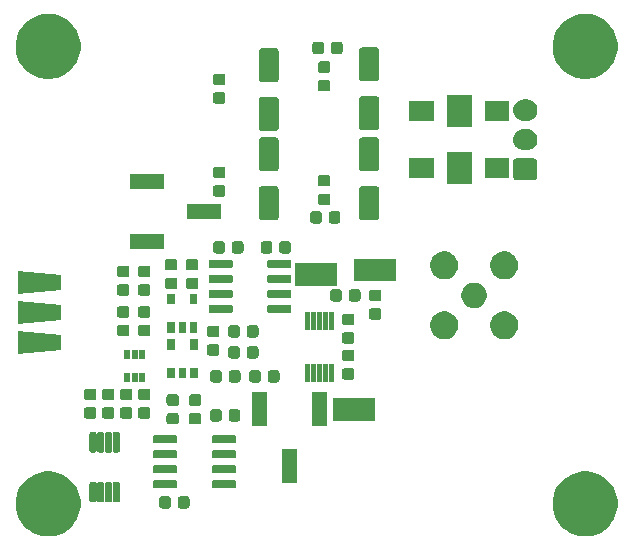
<source format=gts>
G04 #@! TF.GenerationSoftware,KiCad,Pcbnew,(5.1.5)-3*
G04 #@! TF.CreationDate,2020-04-14T23:54:33+09:00*
G04 #@! TF.ProjectId,Detector_rev2,44657465-6374-46f7-925f-726576322e6b,rev?*
G04 #@! TF.SameCoordinates,Original*
G04 #@! TF.FileFunction,Soldermask,Top*
G04 #@! TF.FilePolarity,Negative*
%FSLAX46Y46*%
G04 Gerber Fmt 4.6, Leading zero omitted, Abs format (unit mm)*
G04 Created by KiCad (PCBNEW (5.1.5)-3) date 2020-04-14 23:54:33*
%MOMM*%
%LPD*%
G04 APERTURE LIST*
%ADD10C,0.100000*%
G04 APERTURE END LIST*
D10*
G36*
X98769738Y-81743939D02*
G01*
X99100437Y-81809719D01*
X99601087Y-82017095D01*
X99788774Y-82142504D01*
X100051659Y-82318158D01*
X100434842Y-82701341D01*
X100487610Y-82780314D01*
X100735905Y-83151913D01*
X100943281Y-83652563D01*
X100943281Y-83652565D01*
X101049000Y-84184048D01*
X101049000Y-84725952D01*
X101013186Y-84906000D01*
X100943281Y-85257437D01*
X100735905Y-85758087D01*
X100679521Y-85842471D01*
X100434842Y-86208659D01*
X100051659Y-86591842D01*
X99939400Y-86666851D01*
X99601087Y-86892905D01*
X99100437Y-87100281D01*
X98834694Y-87153140D01*
X98568952Y-87206000D01*
X98027048Y-87206000D01*
X97761307Y-87153141D01*
X97495563Y-87100281D01*
X96994913Y-86892905D01*
X96656600Y-86666851D01*
X96544341Y-86591842D01*
X96161158Y-86208659D01*
X95916479Y-85842471D01*
X95860095Y-85758087D01*
X95652719Y-85257437D01*
X95582814Y-84906000D01*
X95547000Y-84725952D01*
X95547000Y-84184048D01*
X95652719Y-83652565D01*
X95652719Y-83652563D01*
X95860095Y-83151913D01*
X96108390Y-82780314D01*
X96161158Y-82701341D01*
X96544341Y-82318158D01*
X96807226Y-82142504D01*
X96994913Y-82017095D01*
X97495563Y-81809719D01*
X97826262Y-81743939D01*
X98027048Y-81704000D01*
X98568952Y-81704000D01*
X98769738Y-81743939D01*
G37*
G36*
X53303738Y-81743939D02*
G01*
X53634437Y-81809719D01*
X54135087Y-82017095D01*
X54322774Y-82142504D01*
X54585659Y-82318158D01*
X54968842Y-82701341D01*
X55021610Y-82780314D01*
X55269905Y-83151913D01*
X55477281Y-83652563D01*
X55477281Y-83652565D01*
X55583000Y-84184048D01*
X55583000Y-84725952D01*
X55547186Y-84906000D01*
X55477281Y-85257437D01*
X55269905Y-85758087D01*
X55213521Y-85842471D01*
X54968842Y-86208659D01*
X54585659Y-86591842D01*
X54473400Y-86666851D01*
X54135087Y-86892905D01*
X53634437Y-87100281D01*
X53368693Y-87153141D01*
X53102952Y-87206000D01*
X52561048Y-87206000D01*
X52295307Y-87153141D01*
X52029563Y-87100281D01*
X51528913Y-86892905D01*
X51190600Y-86666851D01*
X51078341Y-86591842D01*
X50695158Y-86208659D01*
X50450479Y-85842471D01*
X50394095Y-85758087D01*
X50186719Y-85257437D01*
X50116814Y-84906000D01*
X50081000Y-84725952D01*
X50081000Y-84184048D01*
X50186719Y-83652565D01*
X50186719Y-83652563D01*
X50394095Y-83151913D01*
X50642390Y-82780314D01*
X50695158Y-82701341D01*
X51078341Y-82318158D01*
X51341226Y-82142504D01*
X51528913Y-82017095D01*
X52029563Y-81809719D01*
X52360262Y-81743939D01*
X52561048Y-81704000D01*
X53102952Y-81704000D01*
X53303738Y-81743939D01*
G37*
G36*
X63030101Y-83806691D02*
G01*
X63075877Y-83820577D01*
X63118055Y-83843122D01*
X63155032Y-83873468D01*
X63185378Y-83910445D01*
X63207923Y-83952623D01*
X63221809Y-83998399D01*
X63226500Y-84046029D01*
X63226500Y-84609971D01*
X63221809Y-84657601D01*
X63207923Y-84703377D01*
X63185378Y-84745555D01*
X63155032Y-84782532D01*
X63118055Y-84812878D01*
X63075877Y-84835423D01*
X63030101Y-84849309D01*
X62982471Y-84854000D01*
X62493529Y-84854000D01*
X62445899Y-84849309D01*
X62400123Y-84835423D01*
X62357945Y-84812878D01*
X62320968Y-84782532D01*
X62290622Y-84745555D01*
X62268077Y-84703377D01*
X62254191Y-84657601D01*
X62249500Y-84609971D01*
X62249500Y-84046029D01*
X62254191Y-83998399D01*
X62268077Y-83952623D01*
X62290622Y-83910445D01*
X62320968Y-83873468D01*
X62357945Y-83843122D01*
X62400123Y-83820577D01*
X62445899Y-83806691D01*
X62493529Y-83802000D01*
X62982471Y-83802000D01*
X63030101Y-83806691D01*
G37*
G36*
X64605101Y-83806691D02*
G01*
X64650877Y-83820577D01*
X64693055Y-83843122D01*
X64730032Y-83873468D01*
X64760378Y-83910445D01*
X64782923Y-83952623D01*
X64796809Y-83998399D01*
X64801500Y-84046029D01*
X64801500Y-84609971D01*
X64796809Y-84657601D01*
X64782923Y-84703377D01*
X64760378Y-84745555D01*
X64730032Y-84782532D01*
X64693055Y-84812878D01*
X64650877Y-84835423D01*
X64605101Y-84849309D01*
X64557471Y-84854000D01*
X64068529Y-84854000D01*
X64020899Y-84849309D01*
X63975123Y-84835423D01*
X63932945Y-84812878D01*
X63895968Y-84782532D01*
X63865622Y-84745555D01*
X63843077Y-84703377D01*
X63829191Y-84657601D01*
X63824500Y-84609971D01*
X63824500Y-84046029D01*
X63829191Y-83998399D01*
X63843077Y-83952623D01*
X63865622Y-83910445D01*
X63895968Y-83873468D01*
X63932945Y-83843122D01*
X63975123Y-83820577D01*
X64020899Y-83806691D01*
X64068529Y-83802000D01*
X64557471Y-83802000D01*
X64605101Y-83806691D01*
G37*
G36*
X56812262Y-82612390D02*
G01*
X56840450Y-82620941D01*
X56866421Y-82634822D01*
X56889191Y-82653509D01*
X56907878Y-82676279D01*
X56921759Y-82702250D01*
X56930310Y-82730438D01*
X56933200Y-82759779D01*
X56933200Y-84186221D01*
X56930310Y-84215562D01*
X56921759Y-84243750D01*
X56907878Y-84269721D01*
X56889191Y-84292491D01*
X56866421Y-84311178D01*
X56840450Y-84325059D01*
X56812262Y-84333610D01*
X56782921Y-84336500D01*
X56481479Y-84336500D01*
X56452138Y-84333610D01*
X56423950Y-84325059D01*
X56397979Y-84311178D01*
X56375209Y-84292491D01*
X56356522Y-84269721D01*
X56342641Y-84243750D01*
X56334090Y-84215562D01*
X56331200Y-84186221D01*
X56331200Y-82759779D01*
X56334090Y-82730438D01*
X56342641Y-82702250D01*
X56356522Y-82676279D01*
X56375209Y-82653509D01*
X56397979Y-82634822D01*
X56423950Y-82620941D01*
X56452138Y-82612390D01*
X56481479Y-82609500D01*
X56782921Y-82609500D01*
X56812262Y-82612390D01*
G37*
G36*
X57462262Y-82612390D02*
G01*
X57490450Y-82620941D01*
X57516421Y-82634822D01*
X57539191Y-82653509D01*
X57557878Y-82676279D01*
X57571759Y-82702250D01*
X57580310Y-82730438D01*
X57583200Y-82759779D01*
X57583200Y-84186221D01*
X57580310Y-84215562D01*
X57571759Y-84243750D01*
X57557878Y-84269721D01*
X57539191Y-84292491D01*
X57516421Y-84311178D01*
X57490450Y-84325059D01*
X57462262Y-84333610D01*
X57432921Y-84336500D01*
X57131479Y-84336500D01*
X57102138Y-84333610D01*
X57073950Y-84325059D01*
X57047979Y-84311178D01*
X57025209Y-84292491D01*
X57006522Y-84269721D01*
X56992641Y-84243750D01*
X56984090Y-84215562D01*
X56981200Y-84186221D01*
X56981200Y-82759779D01*
X56984090Y-82730438D01*
X56992641Y-82702250D01*
X57006522Y-82676279D01*
X57025209Y-82653509D01*
X57047979Y-82634822D01*
X57073950Y-82620941D01*
X57102138Y-82612390D01*
X57131479Y-82609500D01*
X57432921Y-82609500D01*
X57462262Y-82612390D01*
G37*
G36*
X58112262Y-82612390D02*
G01*
X58140450Y-82620941D01*
X58166421Y-82634822D01*
X58189191Y-82653509D01*
X58207878Y-82676279D01*
X58221759Y-82702250D01*
X58230310Y-82730438D01*
X58233200Y-82759779D01*
X58233200Y-84186221D01*
X58230310Y-84215562D01*
X58221759Y-84243750D01*
X58207878Y-84269721D01*
X58189191Y-84292491D01*
X58166421Y-84311178D01*
X58140450Y-84325059D01*
X58112262Y-84333610D01*
X58082921Y-84336500D01*
X57781479Y-84336500D01*
X57752138Y-84333610D01*
X57723950Y-84325059D01*
X57697979Y-84311178D01*
X57675209Y-84292491D01*
X57656522Y-84269721D01*
X57642641Y-84243750D01*
X57634090Y-84215562D01*
X57631200Y-84186221D01*
X57631200Y-82759779D01*
X57634090Y-82730438D01*
X57642641Y-82702250D01*
X57656522Y-82676279D01*
X57675209Y-82653509D01*
X57697979Y-82634822D01*
X57723950Y-82620941D01*
X57752138Y-82612390D01*
X57781479Y-82609500D01*
X58082921Y-82609500D01*
X58112262Y-82612390D01*
G37*
G36*
X58762262Y-82612390D02*
G01*
X58790450Y-82620941D01*
X58816421Y-82634822D01*
X58839191Y-82653509D01*
X58857878Y-82676279D01*
X58871759Y-82702250D01*
X58880310Y-82730438D01*
X58883200Y-82759779D01*
X58883200Y-84186221D01*
X58880310Y-84215562D01*
X58871759Y-84243750D01*
X58857878Y-84269721D01*
X58839191Y-84292491D01*
X58816421Y-84311178D01*
X58790450Y-84325059D01*
X58762262Y-84333610D01*
X58732921Y-84336500D01*
X58431479Y-84336500D01*
X58402138Y-84333610D01*
X58373950Y-84325059D01*
X58347979Y-84311178D01*
X58325209Y-84292491D01*
X58306522Y-84269721D01*
X58292641Y-84243750D01*
X58284090Y-84215562D01*
X58281200Y-84186221D01*
X58281200Y-82759779D01*
X58284090Y-82730438D01*
X58292641Y-82702250D01*
X58306522Y-82676279D01*
X58325209Y-82653509D01*
X58347979Y-82634822D01*
X58373950Y-82620941D01*
X58402138Y-82612390D01*
X58431479Y-82609500D01*
X58732921Y-82609500D01*
X58762262Y-82612390D01*
G37*
G36*
X68575939Y-82456370D02*
G01*
X68608817Y-82466344D01*
X68639110Y-82482535D01*
X68665668Y-82504332D01*
X68687465Y-82530890D01*
X68703656Y-82561183D01*
X68713630Y-82594061D01*
X68717000Y-82628279D01*
X68717000Y-82979721D01*
X68713630Y-83013939D01*
X68703656Y-83046817D01*
X68687465Y-83077110D01*
X68665668Y-83103668D01*
X68639110Y-83125465D01*
X68608817Y-83141656D01*
X68575939Y-83151630D01*
X68541721Y-83155000D01*
X66840279Y-83155000D01*
X66806061Y-83151630D01*
X66773183Y-83141656D01*
X66742890Y-83125465D01*
X66716332Y-83103668D01*
X66694535Y-83077110D01*
X66678344Y-83046817D01*
X66668370Y-83013939D01*
X66665000Y-82979721D01*
X66665000Y-82628279D01*
X66668370Y-82594061D01*
X66678344Y-82561183D01*
X66694535Y-82530890D01*
X66716332Y-82504332D01*
X66742890Y-82482535D01*
X66773183Y-82466344D01*
X66806061Y-82456370D01*
X66840279Y-82453000D01*
X68541721Y-82453000D01*
X68575939Y-82456370D01*
G37*
G36*
X63625939Y-82456370D02*
G01*
X63658817Y-82466344D01*
X63689110Y-82482535D01*
X63715668Y-82504332D01*
X63737465Y-82530890D01*
X63753656Y-82561183D01*
X63763630Y-82594061D01*
X63767000Y-82628279D01*
X63767000Y-82979721D01*
X63763630Y-83013939D01*
X63753656Y-83046817D01*
X63737465Y-83077110D01*
X63715668Y-83103668D01*
X63689110Y-83125465D01*
X63658817Y-83141656D01*
X63625939Y-83151630D01*
X63591721Y-83155000D01*
X61890279Y-83155000D01*
X61856061Y-83151630D01*
X61823183Y-83141656D01*
X61792890Y-83125465D01*
X61766332Y-83103668D01*
X61744535Y-83077110D01*
X61728344Y-83046817D01*
X61718370Y-83013939D01*
X61715000Y-82979721D01*
X61715000Y-82628279D01*
X61718370Y-82594061D01*
X61728344Y-82561183D01*
X61744535Y-82530890D01*
X61766332Y-82504332D01*
X61792890Y-82482535D01*
X61823183Y-82466344D01*
X61856061Y-82456370D01*
X61890279Y-82453000D01*
X63591721Y-82453000D01*
X63625939Y-82456370D01*
G37*
G36*
X73925000Y-82730000D02*
G01*
X72633000Y-82730000D01*
X72633000Y-79838000D01*
X73925000Y-79838000D01*
X73925000Y-82730000D01*
G37*
G36*
X68575939Y-81186370D02*
G01*
X68608817Y-81196344D01*
X68639110Y-81212535D01*
X68665668Y-81234332D01*
X68687465Y-81260890D01*
X68703656Y-81291183D01*
X68713630Y-81324061D01*
X68717000Y-81358279D01*
X68717000Y-81709721D01*
X68713630Y-81743939D01*
X68703656Y-81776817D01*
X68687465Y-81807110D01*
X68665668Y-81833668D01*
X68639110Y-81855465D01*
X68608817Y-81871656D01*
X68575939Y-81881630D01*
X68541721Y-81885000D01*
X66840279Y-81885000D01*
X66806061Y-81881630D01*
X66773183Y-81871656D01*
X66742890Y-81855465D01*
X66716332Y-81833668D01*
X66694535Y-81807110D01*
X66678344Y-81776817D01*
X66668370Y-81743939D01*
X66665000Y-81709721D01*
X66665000Y-81358279D01*
X66668370Y-81324061D01*
X66678344Y-81291183D01*
X66694535Y-81260890D01*
X66716332Y-81234332D01*
X66742890Y-81212535D01*
X66773183Y-81196344D01*
X66806061Y-81186370D01*
X66840279Y-81183000D01*
X68541721Y-81183000D01*
X68575939Y-81186370D01*
G37*
G36*
X63625939Y-81186370D02*
G01*
X63658817Y-81196344D01*
X63689110Y-81212535D01*
X63715668Y-81234332D01*
X63737465Y-81260890D01*
X63753656Y-81291183D01*
X63763630Y-81324061D01*
X63767000Y-81358279D01*
X63767000Y-81709721D01*
X63763630Y-81743939D01*
X63753656Y-81776817D01*
X63737465Y-81807110D01*
X63715668Y-81833668D01*
X63689110Y-81855465D01*
X63658817Y-81871656D01*
X63625939Y-81881630D01*
X63591721Y-81885000D01*
X61890279Y-81885000D01*
X61856061Y-81881630D01*
X61823183Y-81871656D01*
X61792890Y-81855465D01*
X61766332Y-81833668D01*
X61744535Y-81807110D01*
X61728344Y-81776817D01*
X61718370Y-81743939D01*
X61715000Y-81709721D01*
X61715000Y-81358279D01*
X61718370Y-81324061D01*
X61728344Y-81291183D01*
X61744535Y-81260890D01*
X61766332Y-81234332D01*
X61792890Y-81212535D01*
X61823183Y-81196344D01*
X61856061Y-81186370D01*
X61890279Y-81183000D01*
X63591721Y-81183000D01*
X63625939Y-81186370D01*
G37*
G36*
X68575939Y-79916370D02*
G01*
X68608817Y-79926344D01*
X68639110Y-79942535D01*
X68665668Y-79964332D01*
X68687465Y-79990890D01*
X68703656Y-80021183D01*
X68713630Y-80054061D01*
X68717000Y-80088279D01*
X68717000Y-80439721D01*
X68713630Y-80473939D01*
X68703656Y-80506817D01*
X68687465Y-80537110D01*
X68665668Y-80563668D01*
X68639110Y-80585465D01*
X68608817Y-80601656D01*
X68575939Y-80611630D01*
X68541721Y-80615000D01*
X66840279Y-80615000D01*
X66806061Y-80611630D01*
X66773183Y-80601656D01*
X66742890Y-80585465D01*
X66716332Y-80563668D01*
X66694535Y-80537110D01*
X66678344Y-80506817D01*
X66668370Y-80473939D01*
X66665000Y-80439721D01*
X66665000Y-80088279D01*
X66668370Y-80054061D01*
X66678344Y-80021183D01*
X66694535Y-79990890D01*
X66716332Y-79964332D01*
X66742890Y-79942535D01*
X66773183Y-79926344D01*
X66806061Y-79916370D01*
X66840279Y-79913000D01*
X68541721Y-79913000D01*
X68575939Y-79916370D01*
G37*
G36*
X63625939Y-79916370D02*
G01*
X63658817Y-79926344D01*
X63689110Y-79942535D01*
X63715668Y-79964332D01*
X63737465Y-79990890D01*
X63753656Y-80021183D01*
X63763630Y-80054061D01*
X63767000Y-80088279D01*
X63767000Y-80439721D01*
X63763630Y-80473939D01*
X63753656Y-80506817D01*
X63737465Y-80537110D01*
X63715668Y-80563668D01*
X63689110Y-80585465D01*
X63658817Y-80601656D01*
X63625939Y-80611630D01*
X63591721Y-80615000D01*
X61890279Y-80615000D01*
X61856061Y-80611630D01*
X61823183Y-80601656D01*
X61792890Y-80585465D01*
X61766332Y-80563668D01*
X61744535Y-80537110D01*
X61728344Y-80506817D01*
X61718370Y-80473939D01*
X61715000Y-80439721D01*
X61715000Y-80088279D01*
X61718370Y-80054061D01*
X61728344Y-80021183D01*
X61744535Y-79990890D01*
X61766332Y-79964332D01*
X61792890Y-79942535D01*
X61823183Y-79926344D01*
X61856061Y-79916370D01*
X61890279Y-79913000D01*
X63591721Y-79913000D01*
X63625939Y-79916370D01*
G37*
G36*
X58112262Y-78387390D02*
G01*
X58140450Y-78395941D01*
X58166421Y-78409822D01*
X58189191Y-78428509D01*
X58207878Y-78451279D01*
X58221759Y-78477250D01*
X58230310Y-78505438D01*
X58233200Y-78534779D01*
X58233200Y-79961221D01*
X58230310Y-79990562D01*
X58221759Y-80018750D01*
X58207878Y-80044721D01*
X58189191Y-80067491D01*
X58166421Y-80086178D01*
X58140450Y-80100059D01*
X58112262Y-80108610D01*
X58082921Y-80111500D01*
X57781479Y-80111500D01*
X57752138Y-80108610D01*
X57723950Y-80100059D01*
X57697979Y-80086178D01*
X57675209Y-80067491D01*
X57656522Y-80044721D01*
X57642641Y-80018750D01*
X57634090Y-79990562D01*
X57631200Y-79961221D01*
X57631200Y-78534779D01*
X57634090Y-78505438D01*
X57642641Y-78477250D01*
X57656522Y-78451279D01*
X57675209Y-78428509D01*
X57697979Y-78409822D01*
X57723950Y-78395941D01*
X57752138Y-78387390D01*
X57781479Y-78384500D01*
X58082921Y-78384500D01*
X58112262Y-78387390D01*
G37*
G36*
X58762262Y-78387390D02*
G01*
X58790450Y-78395941D01*
X58816421Y-78409822D01*
X58839191Y-78428509D01*
X58857878Y-78451279D01*
X58871759Y-78477250D01*
X58880310Y-78505438D01*
X58883200Y-78534779D01*
X58883200Y-79961221D01*
X58880310Y-79990562D01*
X58871759Y-80018750D01*
X58857878Y-80044721D01*
X58839191Y-80067491D01*
X58816421Y-80086178D01*
X58790450Y-80100059D01*
X58762262Y-80108610D01*
X58732921Y-80111500D01*
X58431479Y-80111500D01*
X58402138Y-80108610D01*
X58373950Y-80100059D01*
X58347979Y-80086178D01*
X58325209Y-80067491D01*
X58306522Y-80044721D01*
X58292641Y-80018750D01*
X58284090Y-79990562D01*
X58281200Y-79961221D01*
X58281200Y-78534779D01*
X58284090Y-78505438D01*
X58292641Y-78477250D01*
X58306522Y-78451279D01*
X58325209Y-78428509D01*
X58347979Y-78409822D01*
X58373950Y-78395941D01*
X58402138Y-78387390D01*
X58431479Y-78384500D01*
X58732921Y-78384500D01*
X58762262Y-78387390D01*
G37*
G36*
X56812262Y-78387390D02*
G01*
X56840450Y-78395941D01*
X56866421Y-78409822D01*
X56889191Y-78428509D01*
X56907878Y-78451279D01*
X56921759Y-78477250D01*
X56930310Y-78505438D01*
X56933200Y-78534779D01*
X56933200Y-79961221D01*
X56930310Y-79990562D01*
X56921759Y-80018750D01*
X56907878Y-80044721D01*
X56889191Y-80067491D01*
X56866421Y-80086178D01*
X56840450Y-80100059D01*
X56812262Y-80108610D01*
X56782921Y-80111500D01*
X56481479Y-80111500D01*
X56452138Y-80108610D01*
X56423950Y-80100059D01*
X56397979Y-80086178D01*
X56375209Y-80067491D01*
X56356522Y-80044721D01*
X56342641Y-80018750D01*
X56334090Y-79990562D01*
X56331200Y-79961221D01*
X56331200Y-78534779D01*
X56334090Y-78505438D01*
X56342641Y-78477250D01*
X56356522Y-78451279D01*
X56375209Y-78428509D01*
X56397979Y-78409822D01*
X56423950Y-78395941D01*
X56452138Y-78387390D01*
X56481479Y-78384500D01*
X56782921Y-78384500D01*
X56812262Y-78387390D01*
G37*
G36*
X57462262Y-78387390D02*
G01*
X57490450Y-78395941D01*
X57516421Y-78409822D01*
X57539191Y-78428509D01*
X57557878Y-78451279D01*
X57571759Y-78477250D01*
X57580310Y-78505438D01*
X57583200Y-78534779D01*
X57583200Y-79961221D01*
X57580310Y-79990562D01*
X57571759Y-80018750D01*
X57557878Y-80044721D01*
X57539191Y-80067491D01*
X57516421Y-80086178D01*
X57490450Y-80100059D01*
X57462262Y-80108610D01*
X57432921Y-80111500D01*
X57131479Y-80111500D01*
X57102138Y-80108610D01*
X57073950Y-80100059D01*
X57047979Y-80086178D01*
X57025209Y-80067491D01*
X57006522Y-80044721D01*
X56992641Y-80018750D01*
X56984090Y-79990562D01*
X56981200Y-79961221D01*
X56981200Y-78534779D01*
X56984090Y-78505438D01*
X56992641Y-78477250D01*
X57006522Y-78451279D01*
X57025209Y-78428509D01*
X57047979Y-78409822D01*
X57073950Y-78395941D01*
X57102138Y-78387390D01*
X57131479Y-78384500D01*
X57432921Y-78384500D01*
X57462262Y-78387390D01*
G37*
G36*
X68575939Y-78646370D02*
G01*
X68608817Y-78656344D01*
X68639110Y-78672535D01*
X68665668Y-78694332D01*
X68687465Y-78720890D01*
X68703656Y-78751183D01*
X68713630Y-78784061D01*
X68717000Y-78818279D01*
X68717000Y-79169721D01*
X68713630Y-79203939D01*
X68703656Y-79236817D01*
X68687465Y-79267110D01*
X68665668Y-79293668D01*
X68639110Y-79315465D01*
X68608817Y-79331656D01*
X68575939Y-79341630D01*
X68541721Y-79345000D01*
X66840279Y-79345000D01*
X66806061Y-79341630D01*
X66773183Y-79331656D01*
X66742890Y-79315465D01*
X66716332Y-79293668D01*
X66694535Y-79267110D01*
X66678344Y-79236817D01*
X66668370Y-79203939D01*
X66665000Y-79169721D01*
X66665000Y-78818279D01*
X66668370Y-78784061D01*
X66678344Y-78751183D01*
X66694535Y-78720890D01*
X66716332Y-78694332D01*
X66742890Y-78672535D01*
X66773183Y-78656344D01*
X66806061Y-78646370D01*
X66840279Y-78643000D01*
X68541721Y-78643000D01*
X68575939Y-78646370D01*
G37*
G36*
X63625939Y-78646370D02*
G01*
X63658817Y-78656344D01*
X63689110Y-78672535D01*
X63715668Y-78694332D01*
X63737465Y-78720890D01*
X63753656Y-78751183D01*
X63763630Y-78784061D01*
X63767000Y-78818279D01*
X63767000Y-79169721D01*
X63763630Y-79203939D01*
X63753656Y-79236817D01*
X63737465Y-79267110D01*
X63715668Y-79293668D01*
X63689110Y-79315465D01*
X63658817Y-79331656D01*
X63625939Y-79341630D01*
X63591721Y-79345000D01*
X61890279Y-79345000D01*
X61856061Y-79341630D01*
X61823183Y-79331656D01*
X61792890Y-79315465D01*
X61766332Y-79293668D01*
X61744535Y-79267110D01*
X61728344Y-79236817D01*
X61718370Y-79203939D01*
X61715000Y-79169721D01*
X61715000Y-78818279D01*
X61718370Y-78784061D01*
X61728344Y-78751183D01*
X61744535Y-78720890D01*
X61766332Y-78694332D01*
X61792890Y-78672535D01*
X61823183Y-78656344D01*
X61856061Y-78646370D01*
X61890279Y-78643000D01*
X63591721Y-78643000D01*
X63625939Y-78646370D01*
G37*
G36*
X71385000Y-77900000D02*
G01*
X70093000Y-77900000D01*
X70093000Y-75008000D01*
X71385000Y-75008000D01*
X71385000Y-77900000D01*
G37*
G36*
X76465000Y-77900000D02*
G01*
X75173000Y-77900000D01*
X75173000Y-75008000D01*
X76465000Y-75008000D01*
X76465000Y-77900000D01*
G37*
G36*
X65607601Y-76757691D02*
G01*
X65653377Y-76771577D01*
X65695555Y-76794122D01*
X65732532Y-76824468D01*
X65762878Y-76861445D01*
X65785423Y-76903623D01*
X65799309Y-76949399D01*
X65804000Y-76997029D01*
X65804000Y-77485971D01*
X65799309Y-77533601D01*
X65785423Y-77579377D01*
X65762878Y-77621555D01*
X65732532Y-77658532D01*
X65695555Y-77688878D01*
X65653377Y-77711423D01*
X65607601Y-77725309D01*
X65559971Y-77730000D01*
X64996029Y-77730000D01*
X64948399Y-77725309D01*
X64902623Y-77711423D01*
X64860445Y-77688878D01*
X64823468Y-77658532D01*
X64793122Y-77621555D01*
X64770577Y-77579377D01*
X64756691Y-77533601D01*
X64752000Y-77485971D01*
X64752000Y-76997029D01*
X64756691Y-76949399D01*
X64770577Y-76903623D01*
X64793122Y-76861445D01*
X64823468Y-76824468D01*
X64860445Y-76794122D01*
X64902623Y-76771577D01*
X64948399Y-76757691D01*
X64996029Y-76753000D01*
X65559971Y-76753000D01*
X65607601Y-76757691D01*
G37*
G36*
X63702601Y-76757691D02*
G01*
X63748377Y-76771577D01*
X63790555Y-76794122D01*
X63827532Y-76824468D01*
X63857878Y-76861445D01*
X63880423Y-76903623D01*
X63894309Y-76949399D01*
X63899000Y-76997029D01*
X63899000Y-77485971D01*
X63894309Y-77533601D01*
X63880423Y-77579377D01*
X63857878Y-77621555D01*
X63827532Y-77658532D01*
X63790555Y-77688878D01*
X63748377Y-77711423D01*
X63702601Y-77725309D01*
X63654971Y-77730000D01*
X63091029Y-77730000D01*
X63043399Y-77725309D01*
X62997623Y-77711423D01*
X62955445Y-77688878D01*
X62918468Y-77658532D01*
X62888122Y-77621555D01*
X62865577Y-77579377D01*
X62851691Y-77533601D01*
X62847000Y-77485971D01*
X62847000Y-76997029D01*
X62851691Y-76949399D01*
X62865577Y-76903623D01*
X62888122Y-76861445D01*
X62918468Y-76824468D01*
X62955445Y-76794122D01*
X62997623Y-76771577D01*
X63043399Y-76757691D01*
X63091029Y-76753000D01*
X63654971Y-76753000D01*
X63702601Y-76757691D01*
G37*
G36*
X67322601Y-76440691D02*
G01*
X67368377Y-76454577D01*
X67410555Y-76477122D01*
X67447532Y-76507468D01*
X67477878Y-76544445D01*
X67500423Y-76586623D01*
X67514309Y-76632399D01*
X67519000Y-76680029D01*
X67519000Y-77243971D01*
X67514309Y-77291601D01*
X67500423Y-77337377D01*
X67477878Y-77379555D01*
X67447532Y-77416532D01*
X67410555Y-77446878D01*
X67368377Y-77469423D01*
X67322601Y-77483309D01*
X67274971Y-77488000D01*
X66786029Y-77488000D01*
X66738399Y-77483309D01*
X66692623Y-77469423D01*
X66650445Y-77446878D01*
X66613468Y-77416532D01*
X66583122Y-77379555D01*
X66560577Y-77337377D01*
X66546691Y-77291601D01*
X66542000Y-77243971D01*
X66542000Y-76680029D01*
X66546691Y-76632399D01*
X66560577Y-76586623D01*
X66583122Y-76544445D01*
X66613468Y-76507468D01*
X66650445Y-76477122D01*
X66692623Y-76454577D01*
X66738399Y-76440691D01*
X66786029Y-76436000D01*
X67274971Y-76436000D01*
X67322601Y-76440691D01*
G37*
G36*
X68897601Y-76440691D02*
G01*
X68943377Y-76454577D01*
X68985555Y-76477122D01*
X69022532Y-76507468D01*
X69052878Y-76544445D01*
X69075423Y-76586623D01*
X69089309Y-76632399D01*
X69094000Y-76680029D01*
X69094000Y-77243971D01*
X69089309Y-77291601D01*
X69075423Y-77337377D01*
X69052878Y-77379555D01*
X69022532Y-77416532D01*
X68985555Y-77446878D01*
X68943377Y-77469423D01*
X68897601Y-77483309D01*
X68849971Y-77488000D01*
X68361029Y-77488000D01*
X68313399Y-77483309D01*
X68267623Y-77469423D01*
X68225445Y-77446878D01*
X68188468Y-77416532D01*
X68158122Y-77379555D01*
X68135577Y-77337377D01*
X68121691Y-77291601D01*
X68117000Y-77243971D01*
X68117000Y-76680029D01*
X68121691Y-76632399D01*
X68135577Y-76586623D01*
X68158122Y-76544445D01*
X68188468Y-76507468D01*
X68225445Y-76477122D01*
X68267623Y-76454577D01*
X68313399Y-76440691D01*
X68361029Y-76436000D01*
X68849971Y-76436000D01*
X68897601Y-76440691D01*
G37*
G36*
X80491000Y-77405000D02*
G01*
X76989000Y-77405000D01*
X76989000Y-75503000D01*
X80491000Y-75503000D01*
X80491000Y-77405000D01*
G37*
G36*
X59765601Y-76275191D02*
G01*
X59811377Y-76289077D01*
X59853555Y-76311622D01*
X59890532Y-76341968D01*
X59920878Y-76378945D01*
X59943423Y-76421123D01*
X59957309Y-76466899D01*
X59962000Y-76514529D01*
X59962000Y-77003471D01*
X59957309Y-77051101D01*
X59943423Y-77096877D01*
X59920878Y-77139055D01*
X59890532Y-77176032D01*
X59853555Y-77206378D01*
X59811377Y-77228923D01*
X59765601Y-77242809D01*
X59717971Y-77247500D01*
X59154029Y-77247500D01*
X59106399Y-77242809D01*
X59060623Y-77228923D01*
X59018445Y-77206378D01*
X58981468Y-77176032D01*
X58951122Y-77139055D01*
X58928577Y-77096877D01*
X58914691Y-77051101D01*
X58910000Y-77003471D01*
X58910000Y-76514529D01*
X58914691Y-76466899D01*
X58928577Y-76421123D01*
X58951122Y-76378945D01*
X58981468Y-76341968D01*
X59018445Y-76311622D01*
X59060623Y-76289077D01*
X59106399Y-76275191D01*
X59154029Y-76270500D01*
X59717971Y-76270500D01*
X59765601Y-76275191D01*
G37*
G36*
X56717601Y-76275191D02*
G01*
X56763377Y-76289077D01*
X56805555Y-76311622D01*
X56842532Y-76341968D01*
X56872878Y-76378945D01*
X56895423Y-76421123D01*
X56909309Y-76466899D01*
X56914000Y-76514529D01*
X56914000Y-77003471D01*
X56909309Y-77051101D01*
X56895423Y-77096877D01*
X56872878Y-77139055D01*
X56842532Y-77176032D01*
X56805555Y-77206378D01*
X56763377Y-77228923D01*
X56717601Y-77242809D01*
X56669971Y-77247500D01*
X56106029Y-77247500D01*
X56058399Y-77242809D01*
X56012623Y-77228923D01*
X55970445Y-77206378D01*
X55933468Y-77176032D01*
X55903122Y-77139055D01*
X55880577Y-77096877D01*
X55866691Y-77051101D01*
X55862000Y-77003471D01*
X55862000Y-76514529D01*
X55866691Y-76466899D01*
X55880577Y-76421123D01*
X55903122Y-76378945D01*
X55933468Y-76341968D01*
X55970445Y-76311622D01*
X56012623Y-76289077D01*
X56058399Y-76275191D01*
X56106029Y-76270500D01*
X56669971Y-76270500D01*
X56717601Y-76275191D01*
G37*
G36*
X61289601Y-76275191D02*
G01*
X61335377Y-76289077D01*
X61377555Y-76311622D01*
X61414532Y-76341968D01*
X61444878Y-76378945D01*
X61467423Y-76421123D01*
X61481309Y-76466899D01*
X61486000Y-76514529D01*
X61486000Y-77003471D01*
X61481309Y-77051101D01*
X61467423Y-77096877D01*
X61444878Y-77139055D01*
X61414532Y-77176032D01*
X61377555Y-77206378D01*
X61335377Y-77228923D01*
X61289601Y-77242809D01*
X61241971Y-77247500D01*
X60678029Y-77247500D01*
X60630399Y-77242809D01*
X60584623Y-77228923D01*
X60542445Y-77206378D01*
X60505468Y-77176032D01*
X60475122Y-77139055D01*
X60452577Y-77096877D01*
X60438691Y-77051101D01*
X60434000Y-77003471D01*
X60434000Y-76514529D01*
X60438691Y-76466899D01*
X60452577Y-76421123D01*
X60475122Y-76378945D01*
X60505468Y-76341968D01*
X60542445Y-76311622D01*
X60584623Y-76289077D01*
X60630399Y-76275191D01*
X60678029Y-76270500D01*
X61241971Y-76270500D01*
X61289601Y-76275191D01*
G37*
G36*
X58241601Y-76274991D02*
G01*
X58287377Y-76288877D01*
X58329555Y-76311422D01*
X58366532Y-76341768D01*
X58396878Y-76378745D01*
X58419423Y-76420923D01*
X58433309Y-76466699D01*
X58438000Y-76514329D01*
X58438000Y-77003271D01*
X58433309Y-77050901D01*
X58419423Y-77096677D01*
X58396878Y-77138855D01*
X58366532Y-77175832D01*
X58329555Y-77206178D01*
X58287377Y-77228723D01*
X58241601Y-77242609D01*
X58193971Y-77247300D01*
X57630029Y-77247300D01*
X57582399Y-77242609D01*
X57536623Y-77228723D01*
X57494445Y-77206178D01*
X57457468Y-77175832D01*
X57427122Y-77138855D01*
X57404577Y-77096677D01*
X57390691Y-77050901D01*
X57386000Y-77003271D01*
X57386000Y-76514329D01*
X57390691Y-76466699D01*
X57404577Y-76420923D01*
X57427122Y-76378745D01*
X57457468Y-76341768D01*
X57494445Y-76311422D01*
X57536623Y-76288877D01*
X57582399Y-76274991D01*
X57630029Y-76270300D01*
X58193971Y-76270300D01*
X58241601Y-76274991D01*
G37*
G36*
X65607601Y-75182691D02*
G01*
X65653377Y-75196577D01*
X65695555Y-75219122D01*
X65732532Y-75249468D01*
X65762878Y-75286445D01*
X65785423Y-75328623D01*
X65799309Y-75374399D01*
X65804000Y-75422029D01*
X65804000Y-75910971D01*
X65799309Y-75958601D01*
X65785423Y-76004377D01*
X65762878Y-76046555D01*
X65732532Y-76083532D01*
X65695555Y-76113878D01*
X65653377Y-76136423D01*
X65607601Y-76150309D01*
X65559971Y-76155000D01*
X64996029Y-76155000D01*
X64948399Y-76150309D01*
X64902623Y-76136423D01*
X64860445Y-76113878D01*
X64823468Y-76083532D01*
X64793122Y-76046555D01*
X64770577Y-76004377D01*
X64756691Y-75958601D01*
X64752000Y-75910971D01*
X64752000Y-75422029D01*
X64756691Y-75374399D01*
X64770577Y-75328623D01*
X64793122Y-75286445D01*
X64823468Y-75249468D01*
X64860445Y-75219122D01*
X64902623Y-75196577D01*
X64948399Y-75182691D01*
X64996029Y-75178000D01*
X65559971Y-75178000D01*
X65607601Y-75182691D01*
G37*
G36*
X63702601Y-75182691D02*
G01*
X63748377Y-75196577D01*
X63790555Y-75219122D01*
X63827532Y-75249468D01*
X63857878Y-75286445D01*
X63880423Y-75328623D01*
X63894309Y-75374399D01*
X63899000Y-75422029D01*
X63899000Y-75910971D01*
X63894309Y-75958601D01*
X63880423Y-76004377D01*
X63857878Y-76046555D01*
X63827532Y-76083532D01*
X63790555Y-76113878D01*
X63748377Y-76136423D01*
X63702601Y-76150309D01*
X63654971Y-76155000D01*
X63091029Y-76155000D01*
X63043399Y-76150309D01*
X62997623Y-76136423D01*
X62955445Y-76113878D01*
X62918468Y-76083532D01*
X62888122Y-76046555D01*
X62865577Y-76004377D01*
X62851691Y-75958601D01*
X62847000Y-75910971D01*
X62847000Y-75422029D01*
X62851691Y-75374399D01*
X62865577Y-75328623D01*
X62888122Y-75286445D01*
X62918468Y-75249468D01*
X62955445Y-75219122D01*
X62997623Y-75196577D01*
X63043399Y-75182691D01*
X63091029Y-75178000D01*
X63654971Y-75178000D01*
X63702601Y-75182691D01*
G37*
G36*
X56717601Y-74700191D02*
G01*
X56763377Y-74714077D01*
X56805555Y-74736622D01*
X56842532Y-74766968D01*
X56872878Y-74803945D01*
X56895423Y-74846123D01*
X56909309Y-74891899D01*
X56914000Y-74939529D01*
X56914000Y-75428471D01*
X56909309Y-75476101D01*
X56895423Y-75521877D01*
X56872878Y-75564055D01*
X56842532Y-75601032D01*
X56805555Y-75631378D01*
X56763377Y-75653923D01*
X56717601Y-75667809D01*
X56669971Y-75672500D01*
X56106029Y-75672500D01*
X56058399Y-75667809D01*
X56012623Y-75653923D01*
X55970445Y-75631378D01*
X55933468Y-75601032D01*
X55903122Y-75564055D01*
X55880577Y-75521877D01*
X55866691Y-75476101D01*
X55862000Y-75428471D01*
X55862000Y-74939529D01*
X55866691Y-74891899D01*
X55880577Y-74846123D01*
X55903122Y-74803945D01*
X55933468Y-74766968D01*
X55970445Y-74736622D01*
X56012623Y-74714077D01*
X56058399Y-74700191D01*
X56106029Y-74695500D01*
X56669971Y-74695500D01*
X56717601Y-74700191D01*
G37*
G36*
X61289601Y-74700191D02*
G01*
X61335377Y-74714077D01*
X61377555Y-74736622D01*
X61414532Y-74766968D01*
X61444878Y-74803945D01*
X61467423Y-74846123D01*
X61481309Y-74891899D01*
X61486000Y-74939529D01*
X61486000Y-75428471D01*
X61481309Y-75476101D01*
X61467423Y-75521877D01*
X61444878Y-75564055D01*
X61414532Y-75601032D01*
X61377555Y-75631378D01*
X61335377Y-75653923D01*
X61289601Y-75667809D01*
X61241971Y-75672500D01*
X60678029Y-75672500D01*
X60630399Y-75667809D01*
X60584623Y-75653923D01*
X60542445Y-75631378D01*
X60505468Y-75601032D01*
X60475122Y-75564055D01*
X60452577Y-75521877D01*
X60438691Y-75476101D01*
X60434000Y-75428471D01*
X60434000Y-74939529D01*
X60438691Y-74891899D01*
X60452577Y-74846123D01*
X60475122Y-74803945D01*
X60505468Y-74766968D01*
X60542445Y-74736622D01*
X60584623Y-74714077D01*
X60630399Y-74700191D01*
X60678029Y-74695500D01*
X61241971Y-74695500D01*
X61289601Y-74700191D01*
G37*
G36*
X59765601Y-74700191D02*
G01*
X59811377Y-74714077D01*
X59853555Y-74736622D01*
X59890532Y-74766968D01*
X59920878Y-74803945D01*
X59943423Y-74846123D01*
X59957309Y-74891899D01*
X59962000Y-74939529D01*
X59962000Y-75428471D01*
X59957309Y-75476101D01*
X59943423Y-75521877D01*
X59920878Y-75564055D01*
X59890532Y-75601032D01*
X59853555Y-75631378D01*
X59811377Y-75653923D01*
X59765601Y-75667809D01*
X59717971Y-75672500D01*
X59154029Y-75672500D01*
X59106399Y-75667809D01*
X59060623Y-75653923D01*
X59018445Y-75631378D01*
X58981468Y-75601032D01*
X58951122Y-75564055D01*
X58928577Y-75521877D01*
X58914691Y-75476101D01*
X58910000Y-75428471D01*
X58910000Y-74939529D01*
X58914691Y-74891899D01*
X58928577Y-74846123D01*
X58951122Y-74803945D01*
X58981468Y-74766968D01*
X59018445Y-74736622D01*
X59060623Y-74714077D01*
X59106399Y-74700191D01*
X59154029Y-74695500D01*
X59717971Y-74695500D01*
X59765601Y-74700191D01*
G37*
G36*
X58241601Y-74699991D02*
G01*
X58287377Y-74713877D01*
X58329555Y-74736422D01*
X58366532Y-74766768D01*
X58396878Y-74803745D01*
X58419423Y-74845923D01*
X58433309Y-74891699D01*
X58438000Y-74939329D01*
X58438000Y-75428271D01*
X58433309Y-75475901D01*
X58419423Y-75521677D01*
X58396878Y-75563855D01*
X58366532Y-75600832D01*
X58329555Y-75631178D01*
X58287377Y-75653723D01*
X58241601Y-75667609D01*
X58193971Y-75672300D01*
X57630029Y-75672300D01*
X57582399Y-75667609D01*
X57536623Y-75653723D01*
X57494445Y-75631178D01*
X57457468Y-75600832D01*
X57427122Y-75563855D01*
X57404577Y-75521677D01*
X57390691Y-75475901D01*
X57386000Y-75428271D01*
X57386000Y-74939329D01*
X57390691Y-74891699D01*
X57404577Y-74845923D01*
X57427122Y-74803745D01*
X57457468Y-74766768D01*
X57494445Y-74736422D01*
X57536623Y-74713877D01*
X57582399Y-74699991D01*
X57630029Y-74695300D01*
X58193971Y-74695300D01*
X58241601Y-74699991D01*
G37*
G36*
X68923101Y-73138691D02*
G01*
X68968877Y-73152577D01*
X69011055Y-73175122D01*
X69048032Y-73205468D01*
X69078378Y-73242445D01*
X69100923Y-73284623D01*
X69114809Y-73330399D01*
X69119500Y-73378029D01*
X69119500Y-73941971D01*
X69114809Y-73989601D01*
X69100923Y-74035377D01*
X69078378Y-74077555D01*
X69048032Y-74114532D01*
X69011055Y-74144878D01*
X68968877Y-74167423D01*
X68923101Y-74181309D01*
X68875471Y-74186000D01*
X68386529Y-74186000D01*
X68338899Y-74181309D01*
X68293123Y-74167423D01*
X68250945Y-74144878D01*
X68213968Y-74114532D01*
X68183622Y-74077555D01*
X68161077Y-74035377D01*
X68147191Y-73989601D01*
X68142500Y-73941971D01*
X68142500Y-73378029D01*
X68147191Y-73330399D01*
X68161077Y-73284623D01*
X68183622Y-73242445D01*
X68213968Y-73205468D01*
X68250945Y-73175122D01*
X68293123Y-73152577D01*
X68338899Y-73138691D01*
X68386529Y-73134000D01*
X68875471Y-73134000D01*
X68923101Y-73138691D01*
G37*
G36*
X70650101Y-73138691D02*
G01*
X70695877Y-73152577D01*
X70738055Y-73175122D01*
X70775032Y-73205468D01*
X70805378Y-73242445D01*
X70827923Y-73284623D01*
X70841809Y-73330399D01*
X70846500Y-73378029D01*
X70846500Y-73941971D01*
X70841809Y-73989601D01*
X70827923Y-74035377D01*
X70805378Y-74077555D01*
X70775032Y-74114532D01*
X70738055Y-74144878D01*
X70695877Y-74167423D01*
X70650101Y-74181309D01*
X70602471Y-74186000D01*
X70113529Y-74186000D01*
X70065899Y-74181309D01*
X70020123Y-74167423D01*
X69977945Y-74144878D01*
X69940968Y-74114532D01*
X69910622Y-74077555D01*
X69888077Y-74035377D01*
X69874191Y-73989601D01*
X69869500Y-73941971D01*
X69869500Y-73378029D01*
X69874191Y-73330399D01*
X69888077Y-73284623D01*
X69910622Y-73242445D01*
X69940968Y-73205468D01*
X69977945Y-73175122D01*
X70020123Y-73152577D01*
X70065899Y-73138691D01*
X70113529Y-73134000D01*
X70602471Y-73134000D01*
X70650101Y-73138691D01*
G37*
G36*
X67348101Y-73138691D02*
G01*
X67393877Y-73152577D01*
X67436055Y-73175122D01*
X67473032Y-73205468D01*
X67503378Y-73242445D01*
X67525923Y-73284623D01*
X67539809Y-73330399D01*
X67544500Y-73378029D01*
X67544500Y-73941971D01*
X67539809Y-73989601D01*
X67525923Y-74035377D01*
X67503378Y-74077555D01*
X67473032Y-74114532D01*
X67436055Y-74144878D01*
X67393877Y-74167423D01*
X67348101Y-74181309D01*
X67300471Y-74186000D01*
X66811529Y-74186000D01*
X66763899Y-74181309D01*
X66718123Y-74167423D01*
X66675945Y-74144878D01*
X66638968Y-74114532D01*
X66608622Y-74077555D01*
X66586077Y-74035377D01*
X66572191Y-73989601D01*
X66567500Y-73941971D01*
X66567500Y-73378029D01*
X66572191Y-73330399D01*
X66586077Y-73284623D01*
X66608622Y-73242445D01*
X66638968Y-73205468D01*
X66675945Y-73175122D01*
X66718123Y-73152577D01*
X66763899Y-73138691D01*
X66811529Y-73134000D01*
X67300471Y-73134000D01*
X67348101Y-73138691D01*
G37*
G36*
X72225101Y-73138691D02*
G01*
X72270877Y-73152577D01*
X72313055Y-73175122D01*
X72350032Y-73205468D01*
X72380378Y-73242445D01*
X72402923Y-73284623D01*
X72416809Y-73330399D01*
X72421500Y-73378029D01*
X72421500Y-73941971D01*
X72416809Y-73989601D01*
X72402923Y-74035377D01*
X72380378Y-74077555D01*
X72350032Y-74114532D01*
X72313055Y-74144878D01*
X72270877Y-74167423D01*
X72225101Y-74181309D01*
X72177471Y-74186000D01*
X71688529Y-74186000D01*
X71640899Y-74181309D01*
X71595123Y-74167423D01*
X71552945Y-74144878D01*
X71515968Y-74114532D01*
X71485622Y-74077555D01*
X71463077Y-74035377D01*
X71449191Y-73989601D01*
X71444500Y-73941971D01*
X71444500Y-73378029D01*
X71449191Y-73330399D01*
X71463077Y-73284623D01*
X71485622Y-73242445D01*
X71515968Y-73205468D01*
X71552945Y-73175122D01*
X71595123Y-73152577D01*
X71640899Y-73138691D01*
X71688529Y-73134000D01*
X72177471Y-73134000D01*
X72225101Y-73138691D01*
G37*
G36*
X75020000Y-74112000D02*
G01*
X74618000Y-74112000D01*
X74618000Y-72610000D01*
X75020000Y-72610000D01*
X75020000Y-74112000D01*
G37*
G36*
X77020000Y-74112000D02*
G01*
X76618000Y-74112000D01*
X76618000Y-72610000D01*
X77020000Y-72610000D01*
X77020000Y-74112000D01*
G37*
G36*
X76020000Y-74112000D02*
G01*
X75618000Y-74112000D01*
X75618000Y-72610000D01*
X76020000Y-72610000D01*
X76020000Y-74112000D01*
G37*
G36*
X75520000Y-74112000D02*
G01*
X75118000Y-74112000D01*
X75118000Y-72610000D01*
X75520000Y-72610000D01*
X75520000Y-74112000D01*
G37*
G36*
X76520000Y-74112000D02*
G01*
X76118000Y-74112000D01*
X76118000Y-72610000D01*
X76520000Y-72610000D01*
X76520000Y-74112000D01*
G37*
G36*
X59758600Y-74107200D02*
G01*
X59256600Y-74107200D01*
X59256600Y-73355200D01*
X59758600Y-73355200D01*
X59758600Y-74107200D01*
G37*
G36*
X61058600Y-74107200D02*
G01*
X60556600Y-74107200D01*
X60556600Y-73355200D01*
X61058600Y-73355200D01*
X61058600Y-74107200D01*
G37*
G36*
X60408600Y-74107200D02*
G01*
X59906600Y-74107200D01*
X59906600Y-73355200D01*
X60408600Y-73355200D01*
X60408600Y-74107200D01*
G37*
G36*
X78561601Y-72973191D02*
G01*
X78607377Y-72987077D01*
X78649555Y-73009622D01*
X78686532Y-73039968D01*
X78716878Y-73076945D01*
X78739423Y-73119123D01*
X78753309Y-73164899D01*
X78758000Y-73212529D01*
X78758000Y-73701471D01*
X78753309Y-73749101D01*
X78739423Y-73794877D01*
X78716878Y-73837055D01*
X78686532Y-73874032D01*
X78649555Y-73904378D01*
X78607377Y-73926923D01*
X78561601Y-73940809D01*
X78513971Y-73945500D01*
X77950029Y-73945500D01*
X77902399Y-73940809D01*
X77856623Y-73926923D01*
X77814445Y-73904378D01*
X77777468Y-73874032D01*
X77747122Y-73837055D01*
X77724577Y-73794877D01*
X77710691Y-73749101D01*
X77706000Y-73701471D01*
X77706000Y-73212529D01*
X77710691Y-73164899D01*
X77724577Y-73119123D01*
X77747122Y-73076945D01*
X77777468Y-73039968D01*
X77814445Y-73009622D01*
X77856623Y-72987077D01*
X77902399Y-72973191D01*
X77950029Y-72968500D01*
X78513971Y-72968500D01*
X78561601Y-72973191D01*
G37*
G36*
X65477000Y-73844000D02*
G01*
X64825000Y-73844000D01*
X64825000Y-72942000D01*
X65477000Y-72942000D01*
X65477000Y-73844000D01*
G37*
G36*
X64527000Y-73844000D02*
G01*
X63875000Y-73844000D01*
X63875000Y-72942000D01*
X64527000Y-72942000D01*
X64527000Y-73844000D01*
G37*
G36*
X63577000Y-73844000D02*
G01*
X62925000Y-73844000D01*
X62925000Y-72942000D01*
X63577000Y-72942000D01*
X63577000Y-73844000D01*
G37*
G36*
X78561601Y-71398191D02*
G01*
X78607377Y-71412077D01*
X78649555Y-71434622D01*
X78686532Y-71464968D01*
X78716878Y-71501945D01*
X78739423Y-71544123D01*
X78753309Y-71589899D01*
X78758000Y-71637529D01*
X78758000Y-72126471D01*
X78753309Y-72174101D01*
X78739423Y-72219877D01*
X78716878Y-72262055D01*
X78686532Y-72299032D01*
X78649555Y-72329378D01*
X78607377Y-72351923D01*
X78561601Y-72365809D01*
X78513971Y-72370500D01*
X77950029Y-72370500D01*
X77902399Y-72365809D01*
X77856623Y-72351923D01*
X77814445Y-72329378D01*
X77777468Y-72299032D01*
X77747122Y-72262055D01*
X77724577Y-72219877D01*
X77710691Y-72174101D01*
X77706000Y-72126471D01*
X77706000Y-71637529D01*
X77710691Y-71589899D01*
X77724577Y-71544123D01*
X77747122Y-71501945D01*
X77777468Y-71464968D01*
X77814445Y-71434622D01*
X77856623Y-71412077D01*
X77902399Y-71398191D01*
X77950029Y-71393500D01*
X78513971Y-71393500D01*
X78561601Y-71398191D01*
G37*
G36*
X60408600Y-72207200D02*
G01*
X59906600Y-72207200D01*
X59906600Y-71455200D01*
X60408600Y-71455200D01*
X60408600Y-72207200D01*
G37*
G36*
X61058600Y-72207200D02*
G01*
X60556600Y-72207200D01*
X60556600Y-71455200D01*
X61058600Y-71455200D01*
X61058600Y-72207200D01*
G37*
G36*
X59758600Y-72207200D02*
G01*
X59256600Y-72207200D01*
X59256600Y-71455200D01*
X59758600Y-71455200D01*
X59758600Y-72207200D01*
G37*
G36*
X70447101Y-71106691D02*
G01*
X70492877Y-71120577D01*
X70535055Y-71143122D01*
X70572032Y-71173468D01*
X70602378Y-71210445D01*
X70624923Y-71252623D01*
X70638809Y-71298399D01*
X70643500Y-71346029D01*
X70643500Y-71909971D01*
X70638809Y-71957601D01*
X70624923Y-72003377D01*
X70602378Y-72045555D01*
X70572032Y-72082532D01*
X70535055Y-72112878D01*
X70492877Y-72135423D01*
X70447101Y-72149309D01*
X70399471Y-72154000D01*
X69910529Y-72154000D01*
X69862899Y-72149309D01*
X69817123Y-72135423D01*
X69774945Y-72112878D01*
X69737968Y-72082532D01*
X69707622Y-72045555D01*
X69685077Y-72003377D01*
X69671191Y-71957601D01*
X69666500Y-71909971D01*
X69666500Y-71346029D01*
X69671191Y-71298399D01*
X69685077Y-71252623D01*
X69707622Y-71210445D01*
X69737968Y-71173468D01*
X69774945Y-71143122D01*
X69817123Y-71120577D01*
X69862899Y-71106691D01*
X69910529Y-71102000D01*
X70399471Y-71102000D01*
X70447101Y-71106691D01*
G37*
G36*
X68872101Y-71106691D02*
G01*
X68917877Y-71120577D01*
X68960055Y-71143122D01*
X68997032Y-71173468D01*
X69027378Y-71210445D01*
X69049923Y-71252623D01*
X69063809Y-71298399D01*
X69068500Y-71346029D01*
X69068500Y-71909971D01*
X69063809Y-71957601D01*
X69049923Y-72003377D01*
X69027378Y-72045555D01*
X68997032Y-72082532D01*
X68960055Y-72112878D01*
X68917877Y-72135423D01*
X68872101Y-72149309D01*
X68824471Y-72154000D01*
X68335529Y-72154000D01*
X68287899Y-72149309D01*
X68242123Y-72135423D01*
X68199945Y-72112878D01*
X68162968Y-72082532D01*
X68132622Y-72045555D01*
X68110077Y-72003377D01*
X68096191Y-71957601D01*
X68091500Y-71909971D01*
X68091500Y-71346029D01*
X68096191Y-71298399D01*
X68110077Y-71252623D01*
X68132622Y-71210445D01*
X68162968Y-71173468D01*
X68199945Y-71143122D01*
X68242123Y-71120577D01*
X68287899Y-71106691D01*
X68335529Y-71102000D01*
X68824471Y-71102000D01*
X68872101Y-71106691D01*
G37*
G36*
X67131601Y-70941191D02*
G01*
X67177377Y-70955077D01*
X67219555Y-70977622D01*
X67256532Y-71007968D01*
X67286878Y-71044945D01*
X67309423Y-71087123D01*
X67323309Y-71132899D01*
X67328000Y-71180529D01*
X67328000Y-71669471D01*
X67323309Y-71717101D01*
X67309423Y-71762877D01*
X67286878Y-71805055D01*
X67256532Y-71842032D01*
X67219555Y-71872378D01*
X67177377Y-71894923D01*
X67131601Y-71908809D01*
X67083971Y-71913500D01*
X66520029Y-71913500D01*
X66472399Y-71908809D01*
X66426623Y-71894923D01*
X66384445Y-71872378D01*
X66347468Y-71842032D01*
X66317122Y-71805055D01*
X66294577Y-71762877D01*
X66280691Y-71717101D01*
X66276000Y-71669471D01*
X66276000Y-71180529D01*
X66280691Y-71132899D01*
X66294577Y-71087123D01*
X66317122Y-71044945D01*
X66347468Y-71007968D01*
X66384445Y-70977622D01*
X66426623Y-70955077D01*
X66472399Y-70941191D01*
X66520029Y-70936500D01*
X67083971Y-70936500D01*
X67131601Y-70941191D01*
G37*
G36*
X53883000Y-70143657D02*
G01*
X53883000Y-71461343D01*
X50257000Y-71770026D01*
X50257000Y-69834974D01*
X53883000Y-70143657D01*
G37*
G36*
X65477000Y-71444000D02*
G01*
X64825000Y-71444000D01*
X64825000Y-70542000D01*
X65477000Y-70542000D01*
X65477000Y-71444000D01*
G37*
G36*
X63577000Y-71444000D02*
G01*
X62925000Y-71444000D01*
X62925000Y-70542000D01*
X63577000Y-70542000D01*
X63577000Y-71444000D01*
G37*
G36*
X78561601Y-69925191D02*
G01*
X78607377Y-69939077D01*
X78649555Y-69961622D01*
X78686532Y-69991968D01*
X78716878Y-70028945D01*
X78739423Y-70071123D01*
X78753309Y-70116899D01*
X78758000Y-70164529D01*
X78758000Y-70653471D01*
X78753309Y-70701101D01*
X78739423Y-70746877D01*
X78716878Y-70789055D01*
X78686532Y-70826032D01*
X78649555Y-70856378D01*
X78607377Y-70878923D01*
X78561601Y-70892809D01*
X78513971Y-70897500D01*
X77950029Y-70897500D01*
X77902399Y-70892809D01*
X77856623Y-70878923D01*
X77814445Y-70856378D01*
X77777468Y-70826032D01*
X77747122Y-70789055D01*
X77724577Y-70746877D01*
X77710691Y-70701101D01*
X77706000Y-70653471D01*
X77706000Y-70164529D01*
X77710691Y-70116899D01*
X77724577Y-70071123D01*
X77747122Y-70028945D01*
X77777468Y-69991968D01*
X77814445Y-69961622D01*
X77856623Y-69939077D01*
X77902399Y-69925191D01*
X77950029Y-69920500D01*
X78513971Y-69920500D01*
X78561601Y-69925191D01*
G37*
G36*
X91783024Y-68211192D02*
G01*
X91783026Y-68211193D01*
X91783027Y-68211193D01*
X91955518Y-68282641D01*
X91997045Y-68299842D01*
X92189656Y-68428540D01*
X92353460Y-68592344D01*
X92463444Y-68756948D01*
X92482158Y-68784955D01*
X92498488Y-68824378D01*
X92570808Y-68998976D01*
X92616000Y-69226172D01*
X92616000Y-69457828D01*
X92570808Y-69685024D01*
X92482158Y-69899045D01*
X92353460Y-70091656D01*
X92189656Y-70255460D01*
X92065377Y-70338500D01*
X91997045Y-70384158D01*
X91783027Y-70472807D01*
X91783026Y-70472807D01*
X91783024Y-70472808D01*
X91555828Y-70518000D01*
X91324172Y-70518000D01*
X91096976Y-70472808D01*
X91096974Y-70472807D01*
X91096973Y-70472807D01*
X90882955Y-70384158D01*
X90814623Y-70338500D01*
X90690344Y-70255460D01*
X90526540Y-70091656D01*
X90397842Y-69899045D01*
X90309192Y-69685024D01*
X90264000Y-69457828D01*
X90264000Y-69226172D01*
X90309192Y-68998976D01*
X90381513Y-68824378D01*
X90397842Y-68784955D01*
X90416556Y-68756948D01*
X90526540Y-68592344D01*
X90690344Y-68428540D01*
X90882955Y-68299842D01*
X90924482Y-68282641D01*
X91096973Y-68211193D01*
X91096974Y-68211193D01*
X91096976Y-68211192D01*
X91324172Y-68166000D01*
X91555828Y-68166000D01*
X91783024Y-68211192D01*
G37*
G36*
X86703024Y-68211192D02*
G01*
X86703026Y-68211193D01*
X86703027Y-68211193D01*
X86875518Y-68282641D01*
X86917045Y-68299842D01*
X87109656Y-68428540D01*
X87273460Y-68592344D01*
X87383444Y-68756948D01*
X87402158Y-68784955D01*
X87418488Y-68824378D01*
X87490808Y-68998976D01*
X87536000Y-69226172D01*
X87536000Y-69457828D01*
X87490808Y-69685024D01*
X87402158Y-69899045D01*
X87273460Y-70091656D01*
X87109656Y-70255460D01*
X86985377Y-70338500D01*
X86917045Y-70384158D01*
X86703027Y-70472807D01*
X86703026Y-70472807D01*
X86703024Y-70472808D01*
X86475828Y-70518000D01*
X86244172Y-70518000D01*
X86016976Y-70472808D01*
X86016974Y-70472807D01*
X86016973Y-70472807D01*
X85802955Y-70384158D01*
X85734623Y-70338500D01*
X85610344Y-70255460D01*
X85446540Y-70091656D01*
X85317842Y-69899045D01*
X85229192Y-69685024D01*
X85184000Y-69457828D01*
X85184000Y-69226172D01*
X85229192Y-68998976D01*
X85301513Y-68824378D01*
X85317842Y-68784955D01*
X85336556Y-68756948D01*
X85446540Y-68592344D01*
X85610344Y-68428540D01*
X85802955Y-68299842D01*
X85844482Y-68282641D01*
X86016973Y-68211193D01*
X86016974Y-68211193D01*
X86016976Y-68211192D01*
X86244172Y-68166000D01*
X86475828Y-68166000D01*
X86703024Y-68211192D01*
G37*
G36*
X68872101Y-69328691D02*
G01*
X68917877Y-69342577D01*
X68960055Y-69365122D01*
X68997032Y-69395468D01*
X69027378Y-69432445D01*
X69049923Y-69474623D01*
X69063809Y-69520399D01*
X69068500Y-69568029D01*
X69068500Y-70131971D01*
X69063809Y-70179601D01*
X69049923Y-70225377D01*
X69027378Y-70267555D01*
X68997032Y-70304532D01*
X68960055Y-70334878D01*
X68917877Y-70357423D01*
X68872101Y-70371309D01*
X68824471Y-70376000D01*
X68335529Y-70376000D01*
X68287899Y-70371309D01*
X68242123Y-70357423D01*
X68199945Y-70334878D01*
X68162968Y-70304532D01*
X68132622Y-70267555D01*
X68110077Y-70225377D01*
X68096191Y-70179601D01*
X68091500Y-70131971D01*
X68091500Y-69568029D01*
X68096191Y-69520399D01*
X68110077Y-69474623D01*
X68132622Y-69432445D01*
X68162968Y-69395468D01*
X68199945Y-69365122D01*
X68242123Y-69342577D01*
X68287899Y-69328691D01*
X68335529Y-69324000D01*
X68824471Y-69324000D01*
X68872101Y-69328691D01*
G37*
G36*
X70447101Y-69328691D02*
G01*
X70492877Y-69342577D01*
X70535055Y-69365122D01*
X70572032Y-69395468D01*
X70602378Y-69432445D01*
X70624923Y-69474623D01*
X70638809Y-69520399D01*
X70643500Y-69568029D01*
X70643500Y-70131971D01*
X70638809Y-70179601D01*
X70624923Y-70225377D01*
X70602378Y-70267555D01*
X70572032Y-70304532D01*
X70535055Y-70334878D01*
X70492877Y-70357423D01*
X70447101Y-70371309D01*
X70399471Y-70376000D01*
X69910529Y-70376000D01*
X69862899Y-70371309D01*
X69817123Y-70357423D01*
X69774945Y-70334878D01*
X69737968Y-70304532D01*
X69707622Y-70267555D01*
X69685077Y-70225377D01*
X69671191Y-70179601D01*
X69666500Y-70131971D01*
X69666500Y-69568029D01*
X69671191Y-69520399D01*
X69685077Y-69474623D01*
X69707622Y-69432445D01*
X69737968Y-69395468D01*
X69774945Y-69365122D01*
X69817123Y-69342577D01*
X69862899Y-69328691D01*
X69910529Y-69324000D01*
X70399471Y-69324000D01*
X70447101Y-69328691D01*
G37*
G36*
X67131601Y-69366191D02*
G01*
X67177377Y-69380077D01*
X67219555Y-69402622D01*
X67256532Y-69432968D01*
X67286878Y-69469945D01*
X67309423Y-69512123D01*
X67323309Y-69557899D01*
X67328000Y-69605529D01*
X67328000Y-70094471D01*
X67323309Y-70142101D01*
X67309423Y-70187877D01*
X67286878Y-70230055D01*
X67256532Y-70267032D01*
X67219555Y-70297378D01*
X67177377Y-70319923D01*
X67131601Y-70333809D01*
X67083971Y-70338500D01*
X66520029Y-70338500D01*
X66472399Y-70333809D01*
X66426623Y-70319923D01*
X66384445Y-70297378D01*
X66347468Y-70267032D01*
X66317122Y-70230055D01*
X66294577Y-70187877D01*
X66280691Y-70142101D01*
X66276000Y-70094471D01*
X66276000Y-69605529D01*
X66280691Y-69557899D01*
X66294577Y-69512123D01*
X66317122Y-69469945D01*
X66347468Y-69432968D01*
X66384445Y-69402622D01*
X66426623Y-69380077D01*
X66472399Y-69366191D01*
X66520029Y-69361500D01*
X67083971Y-69361500D01*
X67131601Y-69366191D01*
G37*
G36*
X59511601Y-69290191D02*
G01*
X59557377Y-69304077D01*
X59599555Y-69326622D01*
X59636532Y-69356968D01*
X59666878Y-69393945D01*
X59689423Y-69436123D01*
X59703309Y-69481899D01*
X59708000Y-69529529D01*
X59708000Y-70018471D01*
X59703309Y-70066101D01*
X59689423Y-70111877D01*
X59666878Y-70154055D01*
X59636532Y-70191032D01*
X59599555Y-70221378D01*
X59557377Y-70243923D01*
X59511601Y-70257809D01*
X59463971Y-70262500D01*
X58900029Y-70262500D01*
X58852399Y-70257809D01*
X58806623Y-70243923D01*
X58764445Y-70221378D01*
X58727468Y-70191032D01*
X58697122Y-70154055D01*
X58674577Y-70111877D01*
X58660691Y-70066101D01*
X58656000Y-70018471D01*
X58656000Y-69529529D01*
X58660691Y-69481899D01*
X58674577Y-69436123D01*
X58697122Y-69393945D01*
X58727468Y-69356968D01*
X58764445Y-69326622D01*
X58806623Y-69304077D01*
X58852399Y-69290191D01*
X58900029Y-69285500D01*
X59463971Y-69285500D01*
X59511601Y-69290191D01*
G37*
G36*
X61289601Y-69290191D02*
G01*
X61335377Y-69304077D01*
X61377555Y-69326622D01*
X61414532Y-69356968D01*
X61444878Y-69393945D01*
X61467423Y-69436123D01*
X61481309Y-69481899D01*
X61486000Y-69529529D01*
X61486000Y-70018471D01*
X61481309Y-70066101D01*
X61467423Y-70111877D01*
X61444878Y-70154055D01*
X61414532Y-70191032D01*
X61377555Y-70221378D01*
X61335377Y-70243923D01*
X61289601Y-70257809D01*
X61241971Y-70262500D01*
X60678029Y-70262500D01*
X60630399Y-70257809D01*
X60584623Y-70243923D01*
X60542445Y-70221378D01*
X60505468Y-70191032D01*
X60475122Y-70154055D01*
X60452577Y-70111877D01*
X60438691Y-70066101D01*
X60434000Y-70018471D01*
X60434000Y-69529529D01*
X60438691Y-69481899D01*
X60452577Y-69436123D01*
X60475122Y-69393945D01*
X60505468Y-69356968D01*
X60542445Y-69326622D01*
X60584623Y-69304077D01*
X60630399Y-69290191D01*
X60678029Y-69285500D01*
X61241971Y-69285500D01*
X61289601Y-69290191D01*
G37*
G36*
X65472000Y-69977000D02*
G01*
X64820000Y-69977000D01*
X64820000Y-69075000D01*
X65472000Y-69075000D01*
X65472000Y-69977000D01*
G37*
G36*
X64522000Y-69977000D02*
G01*
X63870000Y-69977000D01*
X63870000Y-69075000D01*
X64522000Y-69075000D01*
X64522000Y-69977000D01*
G37*
G36*
X63572000Y-69977000D02*
G01*
X62920000Y-69977000D01*
X62920000Y-69075000D01*
X63572000Y-69075000D01*
X63572000Y-69977000D01*
G37*
G36*
X77020000Y-69712000D02*
G01*
X76618000Y-69712000D01*
X76618000Y-68210000D01*
X77020000Y-68210000D01*
X77020000Y-69712000D01*
G37*
G36*
X75020000Y-69712000D02*
G01*
X74618000Y-69712000D01*
X74618000Y-68210000D01*
X75020000Y-68210000D01*
X75020000Y-69712000D01*
G37*
G36*
X75520000Y-69712000D02*
G01*
X75118000Y-69712000D01*
X75118000Y-68210000D01*
X75520000Y-68210000D01*
X75520000Y-69712000D01*
G37*
G36*
X76020000Y-69712000D02*
G01*
X75618000Y-69712000D01*
X75618000Y-68210000D01*
X76020000Y-68210000D01*
X76020000Y-69712000D01*
G37*
G36*
X76520000Y-69712000D02*
G01*
X76118000Y-69712000D01*
X76118000Y-68210000D01*
X76520000Y-68210000D01*
X76520000Y-69712000D01*
G37*
G36*
X78561601Y-68350191D02*
G01*
X78607377Y-68364077D01*
X78649555Y-68386622D01*
X78686532Y-68416968D01*
X78716878Y-68453945D01*
X78739423Y-68496123D01*
X78753309Y-68541899D01*
X78758000Y-68589529D01*
X78758000Y-69078471D01*
X78753309Y-69126101D01*
X78739423Y-69171877D01*
X78716878Y-69214055D01*
X78686532Y-69251032D01*
X78649555Y-69281378D01*
X78607377Y-69303923D01*
X78561601Y-69317809D01*
X78513971Y-69322500D01*
X77950029Y-69322500D01*
X77902399Y-69317809D01*
X77856623Y-69303923D01*
X77814445Y-69281378D01*
X77777468Y-69251032D01*
X77747122Y-69214055D01*
X77724577Y-69171877D01*
X77710691Y-69126101D01*
X77706000Y-69078471D01*
X77706000Y-68589529D01*
X77710691Y-68541899D01*
X77724577Y-68496123D01*
X77747122Y-68453945D01*
X77777468Y-68416968D01*
X77814445Y-68386622D01*
X77856623Y-68364077D01*
X77902399Y-68350191D01*
X77950029Y-68345500D01*
X78513971Y-68345500D01*
X78561601Y-68350191D01*
G37*
G36*
X53883000Y-67603657D02*
G01*
X53883000Y-68921343D01*
X50257000Y-69230026D01*
X50257000Y-67294974D01*
X53883000Y-67603657D01*
G37*
G36*
X80847601Y-67893191D02*
G01*
X80893377Y-67907077D01*
X80935555Y-67929622D01*
X80972532Y-67959968D01*
X81002878Y-67996945D01*
X81025423Y-68039123D01*
X81039309Y-68084899D01*
X81044000Y-68132529D01*
X81044000Y-68621471D01*
X81039309Y-68669101D01*
X81025423Y-68714877D01*
X81002878Y-68757055D01*
X80972532Y-68794032D01*
X80935555Y-68824378D01*
X80893377Y-68846923D01*
X80847601Y-68860809D01*
X80799971Y-68865500D01*
X80236029Y-68865500D01*
X80188399Y-68860809D01*
X80142623Y-68846923D01*
X80100445Y-68824378D01*
X80063468Y-68794032D01*
X80033122Y-68757055D01*
X80010577Y-68714877D01*
X79996691Y-68669101D01*
X79992000Y-68621471D01*
X79992000Y-68132529D01*
X79996691Y-68084899D01*
X80010577Y-68039123D01*
X80033122Y-67996945D01*
X80063468Y-67959968D01*
X80100445Y-67929622D01*
X80142623Y-67907077D01*
X80188399Y-67893191D01*
X80236029Y-67888500D01*
X80799971Y-67888500D01*
X80847601Y-67893191D01*
G37*
G36*
X61289601Y-67715191D02*
G01*
X61335377Y-67729077D01*
X61377555Y-67751622D01*
X61414532Y-67781968D01*
X61444878Y-67818945D01*
X61467423Y-67861123D01*
X61481309Y-67906899D01*
X61486000Y-67954529D01*
X61486000Y-68443471D01*
X61481309Y-68491101D01*
X61467423Y-68536877D01*
X61444878Y-68579055D01*
X61414532Y-68616032D01*
X61377555Y-68646378D01*
X61335377Y-68668923D01*
X61289601Y-68682809D01*
X61241971Y-68687500D01*
X60678029Y-68687500D01*
X60630399Y-68682809D01*
X60584623Y-68668923D01*
X60542445Y-68646378D01*
X60505468Y-68616032D01*
X60475122Y-68579055D01*
X60452577Y-68536877D01*
X60438691Y-68491101D01*
X60434000Y-68443471D01*
X60434000Y-67954529D01*
X60438691Y-67906899D01*
X60452577Y-67861123D01*
X60475122Y-67818945D01*
X60505468Y-67781968D01*
X60542445Y-67751622D01*
X60584623Y-67729077D01*
X60630399Y-67715191D01*
X60678029Y-67710500D01*
X61241971Y-67710500D01*
X61289601Y-67715191D01*
G37*
G36*
X59511601Y-67715191D02*
G01*
X59557377Y-67729077D01*
X59599555Y-67751622D01*
X59636532Y-67781968D01*
X59666878Y-67818945D01*
X59689423Y-67861123D01*
X59703309Y-67906899D01*
X59708000Y-67954529D01*
X59708000Y-68443471D01*
X59703309Y-68491101D01*
X59689423Y-68536877D01*
X59666878Y-68579055D01*
X59636532Y-68616032D01*
X59599555Y-68646378D01*
X59557377Y-68668923D01*
X59511601Y-68682809D01*
X59463971Y-68687500D01*
X58900029Y-68687500D01*
X58852399Y-68682809D01*
X58806623Y-68668923D01*
X58764445Y-68646378D01*
X58727468Y-68616032D01*
X58697122Y-68579055D01*
X58674577Y-68536877D01*
X58660691Y-68491101D01*
X58656000Y-68443471D01*
X58656000Y-67954529D01*
X58660691Y-67906899D01*
X58674577Y-67861123D01*
X58697122Y-67818945D01*
X58727468Y-67781968D01*
X58764445Y-67751622D01*
X58806623Y-67729077D01*
X58852399Y-67715191D01*
X58900029Y-67710500D01*
X59463971Y-67710500D01*
X59511601Y-67715191D01*
G37*
G36*
X73274939Y-67597370D02*
G01*
X73307817Y-67607344D01*
X73338110Y-67623535D01*
X73364668Y-67645332D01*
X73386465Y-67671890D01*
X73402656Y-67702183D01*
X73412630Y-67735061D01*
X73416000Y-67769279D01*
X73416000Y-68120721D01*
X73412630Y-68154939D01*
X73402656Y-68187817D01*
X73386465Y-68218110D01*
X73364668Y-68244668D01*
X73338110Y-68266465D01*
X73307817Y-68282656D01*
X73274939Y-68292630D01*
X73240721Y-68296000D01*
X71539279Y-68296000D01*
X71505061Y-68292630D01*
X71472183Y-68282656D01*
X71441890Y-68266465D01*
X71415332Y-68244668D01*
X71393535Y-68218110D01*
X71377344Y-68187817D01*
X71367370Y-68154939D01*
X71364000Y-68120721D01*
X71364000Y-67769279D01*
X71367370Y-67735061D01*
X71377344Y-67702183D01*
X71393535Y-67671890D01*
X71415332Y-67645332D01*
X71441890Y-67623535D01*
X71472183Y-67607344D01*
X71505061Y-67597370D01*
X71539279Y-67594000D01*
X73240721Y-67594000D01*
X73274939Y-67597370D01*
G37*
G36*
X68324939Y-67597370D02*
G01*
X68357817Y-67607344D01*
X68388110Y-67623535D01*
X68414668Y-67645332D01*
X68436465Y-67671890D01*
X68452656Y-67702183D01*
X68462630Y-67735061D01*
X68466000Y-67769279D01*
X68466000Y-68120721D01*
X68462630Y-68154939D01*
X68452656Y-68187817D01*
X68436465Y-68218110D01*
X68414668Y-68244668D01*
X68388110Y-68266465D01*
X68357817Y-68282656D01*
X68324939Y-68292630D01*
X68290721Y-68296000D01*
X66589279Y-68296000D01*
X66555061Y-68292630D01*
X66522183Y-68282656D01*
X66491890Y-68266465D01*
X66465332Y-68244668D01*
X66443535Y-68218110D01*
X66427344Y-68187817D01*
X66417370Y-68154939D01*
X66414000Y-68120721D01*
X66414000Y-67769279D01*
X66417370Y-67735061D01*
X66427344Y-67702183D01*
X66443535Y-67671890D01*
X66465332Y-67645332D01*
X66491890Y-67623535D01*
X66522183Y-67607344D01*
X66555061Y-67597370D01*
X66589279Y-67594000D01*
X68290721Y-67594000D01*
X68324939Y-67597370D01*
G37*
G36*
X89213855Y-65767349D02*
G01*
X89213857Y-65767350D01*
X89213858Y-65767350D01*
X89286192Y-65797312D01*
X89409678Y-65848461D01*
X89585909Y-65966215D01*
X89735785Y-66116091D01*
X89853539Y-66292322D01*
X89872194Y-66337359D01*
X89925090Y-66465061D01*
X89934651Y-66488145D01*
X89976000Y-66696021D01*
X89976000Y-66907979D01*
X89934651Y-67115855D01*
X89853539Y-67311678D01*
X89735785Y-67487909D01*
X89585909Y-67637785D01*
X89409678Y-67755539D01*
X89286192Y-67806688D01*
X89213858Y-67836650D01*
X89213857Y-67836650D01*
X89213855Y-67836651D01*
X89005979Y-67878000D01*
X88794021Y-67878000D01*
X88586145Y-67836651D01*
X88586143Y-67836650D01*
X88586142Y-67836650D01*
X88513808Y-67806688D01*
X88390322Y-67755539D01*
X88214091Y-67637785D01*
X88064215Y-67487909D01*
X87946461Y-67311678D01*
X87865349Y-67115855D01*
X87824000Y-66907979D01*
X87824000Y-66696021D01*
X87865349Y-66488145D01*
X87874911Y-66465061D01*
X87927806Y-66337359D01*
X87946461Y-66292322D01*
X88064215Y-66116091D01*
X88214091Y-65966215D01*
X88390322Y-65848461D01*
X88513808Y-65797312D01*
X88586142Y-65767350D01*
X88586143Y-65767350D01*
X88586145Y-65767349D01*
X88794021Y-65726000D01*
X89005979Y-65726000D01*
X89213855Y-65767349D01*
G37*
G36*
X63572000Y-67577000D02*
G01*
X62920000Y-67577000D01*
X62920000Y-66675000D01*
X63572000Y-66675000D01*
X63572000Y-67577000D01*
G37*
G36*
X65472000Y-67577000D02*
G01*
X64820000Y-67577000D01*
X64820000Y-66675000D01*
X65472000Y-66675000D01*
X65472000Y-67577000D01*
G37*
G36*
X79083101Y-66280691D02*
G01*
X79128877Y-66294577D01*
X79171055Y-66317122D01*
X79208032Y-66347468D01*
X79238378Y-66384445D01*
X79260923Y-66426623D01*
X79274809Y-66472399D01*
X79279500Y-66520029D01*
X79279500Y-67083971D01*
X79274809Y-67131601D01*
X79260923Y-67177377D01*
X79238378Y-67219555D01*
X79208032Y-67256532D01*
X79171055Y-67286878D01*
X79128877Y-67309423D01*
X79083101Y-67323309D01*
X79035471Y-67328000D01*
X78546529Y-67328000D01*
X78498899Y-67323309D01*
X78453123Y-67309423D01*
X78410945Y-67286878D01*
X78373968Y-67256532D01*
X78343622Y-67219555D01*
X78321077Y-67177377D01*
X78307191Y-67131601D01*
X78302500Y-67083971D01*
X78302500Y-66520029D01*
X78307191Y-66472399D01*
X78321077Y-66426623D01*
X78343622Y-66384445D01*
X78373968Y-66347468D01*
X78410945Y-66317122D01*
X78453123Y-66294577D01*
X78498899Y-66280691D01*
X78546529Y-66276000D01*
X79035471Y-66276000D01*
X79083101Y-66280691D01*
G37*
G36*
X77508101Y-66280691D02*
G01*
X77553877Y-66294577D01*
X77596055Y-66317122D01*
X77633032Y-66347468D01*
X77663378Y-66384445D01*
X77685923Y-66426623D01*
X77699809Y-66472399D01*
X77704500Y-66520029D01*
X77704500Y-67083971D01*
X77699809Y-67131601D01*
X77685923Y-67177377D01*
X77663378Y-67219555D01*
X77633032Y-67256532D01*
X77596055Y-67286878D01*
X77553877Y-67309423D01*
X77508101Y-67323309D01*
X77460471Y-67328000D01*
X76971529Y-67328000D01*
X76923899Y-67323309D01*
X76878123Y-67309423D01*
X76835945Y-67286878D01*
X76798968Y-67256532D01*
X76768622Y-67219555D01*
X76746077Y-67177377D01*
X76732191Y-67131601D01*
X76727500Y-67083971D01*
X76727500Y-66520029D01*
X76732191Y-66472399D01*
X76746077Y-66426623D01*
X76768622Y-66384445D01*
X76798968Y-66347468D01*
X76835945Y-66317122D01*
X76878123Y-66294577D01*
X76923899Y-66280691D01*
X76971529Y-66276000D01*
X77460471Y-66276000D01*
X77508101Y-66280691D01*
G37*
G36*
X80847601Y-66318191D02*
G01*
X80893377Y-66332077D01*
X80935555Y-66354622D01*
X80972532Y-66384968D01*
X81002878Y-66421945D01*
X81025423Y-66464123D01*
X81039309Y-66509899D01*
X81044000Y-66557529D01*
X81044000Y-67046471D01*
X81039309Y-67094101D01*
X81025423Y-67139877D01*
X81002878Y-67182055D01*
X80972532Y-67219032D01*
X80935555Y-67249378D01*
X80893377Y-67271923D01*
X80847601Y-67285809D01*
X80799971Y-67290500D01*
X80236029Y-67290500D01*
X80188399Y-67285809D01*
X80142623Y-67271923D01*
X80100445Y-67249378D01*
X80063468Y-67219032D01*
X80033122Y-67182055D01*
X80010577Y-67139877D01*
X79996691Y-67094101D01*
X79992000Y-67046471D01*
X79992000Y-66557529D01*
X79996691Y-66509899D01*
X80010577Y-66464123D01*
X80033122Y-66421945D01*
X80063468Y-66384968D01*
X80100445Y-66354622D01*
X80142623Y-66332077D01*
X80188399Y-66318191D01*
X80236029Y-66313500D01*
X80799971Y-66313500D01*
X80847601Y-66318191D01*
G37*
G36*
X73274939Y-66327370D02*
G01*
X73307817Y-66337344D01*
X73338110Y-66353535D01*
X73364668Y-66375332D01*
X73386465Y-66401890D01*
X73402656Y-66432183D01*
X73412630Y-66465061D01*
X73416000Y-66499279D01*
X73416000Y-66850721D01*
X73412630Y-66884939D01*
X73402656Y-66917817D01*
X73386465Y-66948110D01*
X73364668Y-66974668D01*
X73338110Y-66996465D01*
X73307817Y-67012656D01*
X73274939Y-67022630D01*
X73240721Y-67026000D01*
X71539279Y-67026000D01*
X71505061Y-67022630D01*
X71472183Y-67012656D01*
X71441890Y-66996465D01*
X71415332Y-66974668D01*
X71393535Y-66948110D01*
X71377344Y-66917817D01*
X71367370Y-66884939D01*
X71364000Y-66850721D01*
X71364000Y-66499279D01*
X71367370Y-66465061D01*
X71377344Y-66432183D01*
X71393535Y-66401890D01*
X71415332Y-66375332D01*
X71441890Y-66353535D01*
X71472183Y-66337344D01*
X71505061Y-66327370D01*
X71539279Y-66324000D01*
X73240721Y-66324000D01*
X73274939Y-66327370D01*
G37*
G36*
X68324939Y-66327370D02*
G01*
X68357817Y-66337344D01*
X68388110Y-66353535D01*
X68414668Y-66375332D01*
X68436465Y-66401890D01*
X68452656Y-66432183D01*
X68462630Y-66465061D01*
X68466000Y-66499279D01*
X68466000Y-66850721D01*
X68462630Y-66884939D01*
X68452656Y-66917817D01*
X68436465Y-66948110D01*
X68414668Y-66974668D01*
X68388110Y-66996465D01*
X68357817Y-67012656D01*
X68324939Y-67022630D01*
X68290721Y-67026000D01*
X66589279Y-67026000D01*
X66555061Y-67022630D01*
X66522183Y-67012656D01*
X66491890Y-66996465D01*
X66465332Y-66974668D01*
X66443535Y-66948110D01*
X66427344Y-66917817D01*
X66417370Y-66884939D01*
X66414000Y-66850721D01*
X66414000Y-66499279D01*
X66417370Y-66465061D01*
X66427344Y-66432183D01*
X66443535Y-66401890D01*
X66465332Y-66375332D01*
X66491890Y-66353535D01*
X66522183Y-66337344D01*
X66555061Y-66327370D01*
X66589279Y-66324000D01*
X68290721Y-66324000D01*
X68324939Y-66327370D01*
G37*
G36*
X61289601Y-65861191D02*
G01*
X61335377Y-65875077D01*
X61377555Y-65897622D01*
X61414532Y-65927968D01*
X61444878Y-65964945D01*
X61467423Y-66007123D01*
X61481309Y-66052899D01*
X61486000Y-66100529D01*
X61486000Y-66589471D01*
X61481309Y-66637101D01*
X61467423Y-66682877D01*
X61444878Y-66725055D01*
X61414532Y-66762032D01*
X61377555Y-66792378D01*
X61335377Y-66814923D01*
X61289601Y-66828809D01*
X61241971Y-66833500D01*
X60678029Y-66833500D01*
X60630399Y-66828809D01*
X60584623Y-66814923D01*
X60542445Y-66792378D01*
X60505468Y-66762032D01*
X60475122Y-66725055D01*
X60452577Y-66682877D01*
X60438691Y-66637101D01*
X60434000Y-66589471D01*
X60434000Y-66100529D01*
X60438691Y-66052899D01*
X60452577Y-66007123D01*
X60475122Y-65964945D01*
X60505468Y-65927968D01*
X60542445Y-65897622D01*
X60584623Y-65875077D01*
X60630399Y-65861191D01*
X60678029Y-65856500D01*
X61241971Y-65856500D01*
X61289601Y-65861191D01*
G37*
G36*
X59511601Y-65861191D02*
G01*
X59557377Y-65875077D01*
X59599555Y-65897622D01*
X59636532Y-65927968D01*
X59666878Y-65964945D01*
X59689423Y-66007123D01*
X59703309Y-66052899D01*
X59708000Y-66100529D01*
X59708000Y-66589471D01*
X59703309Y-66637101D01*
X59689423Y-66682877D01*
X59666878Y-66725055D01*
X59636532Y-66762032D01*
X59599555Y-66792378D01*
X59557377Y-66814923D01*
X59511601Y-66828809D01*
X59463971Y-66833500D01*
X58900029Y-66833500D01*
X58852399Y-66828809D01*
X58806623Y-66814923D01*
X58764445Y-66792378D01*
X58727468Y-66762032D01*
X58697122Y-66725055D01*
X58674577Y-66682877D01*
X58660691Y-66637101D01*
X58656000Y-66589471D01*
X58656000Y-66100529D01*
X58660691Y-66052899D01*
X58674577Y-66007123D01*
X58697122Y-65964945D01*
X58727468Y-65927968D01*
X58764445Y-65897622D01*
X58806623Y-65875077D01*
X58852399Y-65861191D01*
X58900029Y-65856500D01*
X59463971Y-65856500D01*
X59511601Y-65861191D01*
G37*
G36*
X53883000Y-65063657D02*
G01*
X53883000Y-66381343D01*
X50257000Y-66690026D01*
X50257000Y-64754974D01*
X53883000Y-65063657D01*
G37*
G36*
X63575601Y-65302191D02*
G01*
X63621377Y-65316077D01*
X63663555Y-65338622D01*
X63700532Y-65368968D01*
X63730878Y-65405945D01*
X63753423Y-65448123D01*
X63767309Y-65493899D01*
X63772000Y-65541529D01*
X63772000Y-66030471D01*
X63767309Y-66078101D01*
X63753423Y-66123877D01*
X63730878Y-66166055D01*
X63700532Y-66203032D01*
X63663555Y-66233378D01*
X63621377Y-66255923D01*
X63575601Y-66269809D01*
X63527971Y-66274500D01*
X62964029Y-66274500D01*
X62916399Y-66269809D01*
X62870623Y-66255923D01*
X62828445Y-66233378D01*
X62791468Y-66203032D01*
X62761122Y-66166055D01*
X62738577Y-66123877D01*
X62724691Y-66078101D01*
X62720000Y-66030471D01*
X62720000Y-65541529D01*
X62724691Y-65493899D01*
X62738577Y-65448123D01*
X62761122Y-65405945D01*
X62791468Y-65368968D01*
X62828445Y-65338622D01*
X62870623Y-65316077D01*
X62916399Y-65302191D01*
X62964029Y-65297500D01*
X63527971Y-65297500D01*
X63575601Y-65302191D01*
G37*
G36*
X65353601Y-65302191D02*
G01*
X65399377Y-65316077D01*
X65441555Y-65338622D01*
X65478532Y-65368968D01*
X65508878Y-65405945D01*
X65531423Y-65448123D01*
X65545309Y-65493899D01*
X65550000Y-65541529D01*
X65550000Y-66030471D01*
X65545309Y-66078101D01*
X65531423Y-66123877D01*
X65508878Y-66166055D01*
X65478532Y-66203032D01*
X65441555Y-66233378D01*
X65399377Y-66255923D01*
X65353601Y-66269809D01*
X65305971Y-66274500D01*
X64742029Y-66274500D01*
X64694399Y-66269809D01*
X64648623Y-66255923D01*
X64606445Y-66233378D01*
X64569468Y-66203032D01*
X64539122Y-66166055D01*
X64516577Y-66123877D01*
X64502691Y-66078101D01*
X64498000Y-66030471D01*
X64498000Y-65541529D01*
X64502691Y-65493899D01*
X64516577Y-65448123D01*
X64539122Y-65405945D01*
X64569468Y-65368968D01*
X64606445Y-65338622D01*
X64648623Y-65316077D01*
X64694399Y-65302191D01*
X64742029Y-65297500D01*
X65305971Y-65297500D01*
X65353601Y-65302191D01*
G37*
G36*
X77252500Y-65975000D02*
G01*
X73750500Y-65975000D01*
X73750500Y-64073000D01*
X77252500Y-64073000D01*
X77252500Y-65975000D01*
G37*
G36*
X73274939Y-65057370D02*
G01*
X73307817Y-65067344D01*
X73338110Y-65083535D01*
X73364668Y-65105332D01*
X73386465Y-65131890D01*
X73402656Y-65162183D01*
X73412630Y-65195061D01*
X73416000Y-65229279D01*
X73416000Y-65580721D01*
X73412630Y-65614939D01*
X73402656Y-65647817D01*
X73386465Y-65678110D01*
X73364668Y-65704668D01*
X73338110Y-65726465D01*
X73307817Y-65742656D01*
X73274939Y-65752630D01*
X73240721Y-65756000D01*
X71539279Y-65756000D01*
X71505061Y-65752630D01*
X71472183Y-65742656D01*
X71441890Y-65726465D01*
X71415332Y-65704668D01*
X71393535Y-65678110D01*
X71377344Y-65647817D01*
X71367370Y-65614939D01*
X71364000Y-65580721D01*
X71364000Y-65229279D01*
X71367370Y-65195061D01*
X71377344Y-65162183D01*
X71393535Y-65131890D01*
X71415332Y-65105332D01*
X71441890Y-65083535D01*
X71472183Y-65067344D01*
X71505061Y-65057370D01*
X71539279Y-65054000D01*
X73240721Y-65054000D01*
X73274939Y-65057370D01*
G37*
G36*
X68324939Y-65057370D02*
G01*
X68357817Y-65067344D01*
X68388110Y-65083535D01*
X68414668Y-65105332D01*
X68436465Y-65131890D01*
X68452656Y-65162183D01*
X68462630Y-65195061D01*
X68466000Y-65229279D01*
X68466000Y-65580721D01*
X68462630Y-65614939D01*
X68452656Y-65647817D01*
X68436465Y-65678110D01*
X68414668Y-65704668D01*
X68388110Y-65726465D01*
X68357817Y-65742656D01*
X68324939Y-65752630D01*
X68290721Y-65756000D01*
X66589279Y-65756000D01*
X66555061Y-65752630D01*
X66522183Y-65742656D01*
X66491890Y-65726465D01*
X66465332Y-65704668D01*
X66443535Y-65678110D01*
X66427344Y-65647817D01*
X66417370Y-65614939D01*
X66414000Y-65580721D01*
X66414000Y-65229279D01*
X66417370Y-65195061D01*
X66427344Y-65162183D01*
X66443535Y-65131890D01*
X66465332Y-65105332D01*
X66491890Y-65083535D01*
X66522183Y-65067344D01*
X66555061Y-65057370D01*
X66589279Y-65054000D01*
X68290721Y-65054000D01*
X68324939Y-65057370D01*
G37*
G36*
X82269000Y-65594000D02*
G01*
X78767000Y-65594000D01*
X78767000Y-63692000D01*
X82269000Y-63692000D01*
X82269000Y-65594000D01*
G37*
G36*
X86703024Y-63131192D02*
G01*
X86703026Y-63131193D01*
X86703027Y-63131193D01*
X86761842Y-63155555D01*
X86917045Y-63219842D01*
X87109656Y-63348540D01*
X87273460Y-63512344D01*
X87402158Y-63704955D01*
X87490808Y-63918976D01*
X87536000Y-64146172D01*
X87536000Y-64377828D01*
X87490808Y-64605024D01*
X87402158Y-64819045D01*
X87273460Y-65011656D01*
X87109656Y-65175460D01*
X86985377Y-65258500D01*
X86917045Y-65304158D01*
X86703027Y-65392807D01*
X86703026Y-65392807D01*
X86703024Y-65392808D01*
X86475828Y-65438000D01*
X86244172Y-65438000D01*
X86016976Y-65392808D01*
X86016974Y-65392807D01*
X86016973Y-65392807D01*
X85802955Y-65304158D01*
X85734623Y-65258500D01*
X85610344Y-65175460D01*
X85446540Y-65011656D01*
X85317842Y-64819045D01*
X85229192Y-64605024D01*
X85184000Y-64377828D01*
X85184000Y-64146172D01*
X85229192Y-63918976D01*
X85317842Y-63704955D01*
X85446540Y-63512344D01*
X85610344Y-63348540D01*
X85802955Y-63219842D01*
X85958158Y-63155555D01*
X86016973Y-63131193D01*
X86016974Y-63131193D01*
X86016976Y-63131192D01*
X86244172Y-63086000D01*
X86475828Y-63086000D01*
X86703024Y-63131192D01*
G37*
G36*
X91783024Y-63131192D02*
G01*
X91783026Y-63131193D01*
X91783027Y-63131193D01*
X91841842Y-63155555D01*
X91997045Y-63219842D01*
X92189656Y-63348540D01*
X92353460Y-63512344D01*
X92482158Y-63704955D01*
X92570808Y-63918976D01*
X92616000Y-64146172D01*
X92616000Y-64377828D01*
X92570808Y-64605024D01*
X92482158Y-64819045D01*
X92353460Y-65011656D01*
X92189656Y-65175460D01*
X92065377Y-65258500D01*
X91997045Y-65304158D01*
X91783027Y-65392807D01*
X91783026Y-65392807D01*
X91783024Y-65392808D01*
X91555828Y-65438000D01*
X91324172Y-65438000D01*
X91096976Y-65392808D01*
X91096974Y-65392807D01*
X91096973Y-65392807D01*
X90882955Y-65304158D01*
X90814623Y-65258500D01*
X90690344Y-65175460D01*
X90526540Y-65011656D01*
X90397842Y-64819045D01*
X90309192Y-64605024D01*
X90264000Y-64377828D01*
X90264000Y-64146172D01*
X90309192Y-63918976D01*
X90397842Y-63704955D01*
X90526540Y-63512344D01*
X90690344Y-63348540D01*
X90882955Y-63219842D01*
X91038158Y-63155555D01*
X91096973Y-63131193D01*
X91096974Y-63131193D01*
X91096976Y-63131192D01*
X91324172Y-63086000D01*
X91555828Y-63086000D01*
X91783024Y-63131192D01*
G37*
G36*
X59511601Y-64286191D02*
G01*
X59557377Y-64300077D01*
X59599555Y-64322622D01*
X59636532Y-64352968D01*
X59666878Y-64389945D01*
X59689423Y-64432123D01*
X59703309Y-64477899D01*
X59708000Y-64525529D01*
X59708000Y-65014471D01*
X59703309Y-65062101D01*
X59689423Y-65107877D01*
X59666878Y-65150055D01*
X59636532Y-65187032D01*
X59599555Y-65217378D01*
X59557377Y-65239923D01*
X59511601Y-65253809D01*
X59463971Y-65258500D01*
X58900029Y-65258500D01*
X58852399Y-65253809D01*
X58806623Y-65239923D01*
X58764445Y-65217378D01*
X58727468Y-65187032D01*
X58697122Y-65150055D01*
X58674577Y-65107877D01*
X58660691Y-65062101D01*
X58656000Y-65014471D01*
X58656000Y-64525529D01*
X58660691Y-64477899D01*
X58674577Y-64432123D01*
X58697122Y-64389945D01*
X58727468Y-64352968D01*
X58764445Y-64322622D01*
X58806623Y-64300077D01*
X58852399Y-64286191D01*
X58900029Y-64281500D01*
X59463971Y-64281500D01*
X59511601Y-64286191D01*
G37*
G36*
X61289601Y-64286191D02*
G01*
X61335377Y-64300077D01*
X61377555Y-64322622D01*
X61414532Y-64352968D01*
X61444878Y-64389945D01*
X61467423Y-64432123D01*
X61481309Y-64477899D01*
X61486000Y-64525529D01*
X61486000Y-65014471D01*
X61481309Y-65062101D01*
X61467423Y-65107877D01*
X61444878Y-65150055D01*
X61414532Y-65187032D01*
X61377555Y-65217378D01*
X61335377Y-65239923D01*
X61289601Y-65253809D01*
X61241971Y-65258500D01*
X60678029Y-65258500D01*
X60630399Y-65253809D01*
X60584623Y-65239923D01*
X60542445Y-65217378D01*
X60505468Y-65187032D01*
X60475122Y-65150055D01*
X60452577Y-65107877D01*
X60438691Y-65062101D01*
X60434000Y-65014471D01*
X60434000Y-64525529D01*
X60438691Y-64477899D01*
X60452577Y-64432123D01*
X60475122Y-64389945D01*
X60505468Y-64352968D01*
X60542445Y-64322622D01*
X60584623Y-64300077D01*
X60630399Y-64286191D01*
X60678029Y-64281500D01*
X61241971Y-64281500D01*
X61289601Y-64286191D01*
G37*
G36*
X63575601Y-63727191D02*
G01*
X63621377Y-63741077D01*
X63663555Y-63763622D01*
X63700532Y-63793968D01*
X63730878Y-63830945D01*
X63753423Y-63873123D01*
X63767309Y-63918899D01*
X63772000Y-63966529D01*
X63772000Y-64455471D01*
X63767309Y-64503101D01*
X63753423Y-64548877D01*
X63730878Y-64591055D01*
X63700532Y-64628032D01*
X63663555Y-64658378D01*
X63621377Y-64680923D01*
X63575601Y-64694809D01*
X63527971Y-64699500D01*
X62964029Y-64699500D01*
X62916399Y-64694809D01*
X62870623Y-64680923D01*
X62828445Y-64658378D01*
X62791468Y-64628032D01*
X62761122Y-64591055D01*
X62738577Y-64548877D01*
X62724691Y-64503101D01*
X62720000Y-64455471D01*
X62720000Y-63966529D01*
X62724691Y-63918899D01*
X62738577Y-63873123D01*
X62761122Y-63830945D01*
X62791468Y-63793968D01*
X62828445Y-63763622D01*
X62870623Y-63741077D01*
X62916399Y-63727191D01*
X62964029Y-63722500D01*
X63527971Y-63722500D01*
X63575601Y-63727191D01*
G37*
G36*
X65353601Y-63727191D02*
G01*
X65399377Y-63741077D01*
X65441555Y-63763622D01*
X65478532Y-63793968D01*
X65508878Y-63830945D01*
X65531423Y-63873123D01*
X65545309Y-63918899D01*
X65550000Y-63966529D01*
X65550000Y-64455471D01*
X65545309Y-64503101D01*
X65531423Y-64548877D01*
X65508878Y-64591055D01*
X65478532Y-64628032D01*
X65441555Y-64658378D01*
X65399377Y-64680923D01*
X65353601Y-64694809D01*
X65305971Y-64699500D01*
X64742029Y-64699500D01*
X64694399Y-64694809D01*
X64648623Y-64680923D01*
X64606445Y-64658378D01*
X64569468Y-64628032D01*
X64539122Y-64591055D01*
X64516577Y-64548877D01*
X64502691Y-64503101D01*
X64498000Y-64455471D01*
X64498000Y-63966529D01*
X64502691Y-63918899D01*
X64516577Y-63873123D01*
X64539122Y-63830945D01*
X64569468Y-63793968D01*
X64606445Y-63763622D01*
X64648623Y-63741077D01*
X64694399Y-63727191D01*
X64742029Y-63722500D01*
X65305971Y-63722500D01*
X65353601Y-63727191D01*
G37*
G36*
X73274939Y-63787370D02*
G01*
X73307817Y-63797344D01*
X73338110Y-63813535D01*
X73364668Y-63835332D01*
X73386465Y-63861890D01*
X73402656Y-63892183D01*
X73412630Y-63925061D01*
X73416000Y-63959279D01*
X73416000Y-64310721D01*
X73412630Y-64344939D01*
X73402656Y-64377817D01*
X73386465Y-64408110D01*
X73364668Y-64434668D01*
X73338110Y-64456465D01*
X73307817Y-64472656D01*
X73274939Y-64482630D01*
X73240721Y-64486000D01*
X71539279Y-64486000D01*
X71505061Y-64482630D01*
X71472183Y-64472656D01*
X71441890Y-64456465D01*
X71415332Y-64434668D01*
X71393535Y-64408110D01*
X71377344Y-64377817D01*
X71367370Y-64344939D01*
X71364000Y-64310721D01*
X71364000Y-63959279D01*
X71367370Y-63925061D01*
X71377344Y-63892183D01*
X71393535Y-63861890D01*
X71415332Y-63835332D01*
X71441890Y-63813535D01*
X71472183Y-63797344D01*
X71505061Y-63787370D01*
X71539279Y-63784000D01*
X73240721Y-63784000D01*
X73274939Y-63787370D01*
G37*
G36*
X68324939Y-63787370D02*
G01*
X68357817Y-63797344D01*
X68388110Y-63813535D01*
X68414668Y-63835332D01*
X68436465Y-63861890D01*
X68452656Y-63892183D01*
X68462630Y-63925061D01*
X68466000Y-63959279D01*
X68466000Y-64310721D01*
X68462630Y-64344939D01*
X68452656Y-64377817D01*
X68436465Y-64408110D01*
X68414668Y-64434668D01*
X68388110Y-64456465D01*
X68357817Y-64472656D01*
X68324939Y-64482630D01*
X68290721Y-64486000D01*
X66589279Y-64486000D01*
X66555061Y-64482630D01*
X66522183Y-64472656D01*
X66491890Y-64456465D01*
X66465332Y-64434668D01*
X66443535Y-64408110D01*
X66427344Y-64377817D01*
X66417370Y-64344939D01*
X66414000Y-64310721D01*
X66414000Y-63959279D01*
X66417370Y-63925061D01*
X66427344Y-63892183D01*
X66443535Y-63861890D01*
X66465332Y-63835332D01*
X66491890Y-63813535D01*
X66522183Y-63797344D01*
X66555061Y-63787370D01*
X66589279Y-63784000D01*
X68290721Y-63784000D01*
X68324939Y-63787370D01*
G37*
G36*
X71615101Y-62216691D02*
G01*
X71660877Y-62230577D01*
X71703055Y-62253122D01*
X71740032Y-62283468D01*
X71770378Y-62320445D01*
X71792923Y-62362623D01*
X71806809Y-62408399D01*
X71811500Y-62456029D01*
X71811500Y-63019971D01*
X71806809Y-63067601D01*
X71792923Y-63113377D01*
X71770378Y-63155555D01*
X71740032Y-63192532D01*
X71703055Y-63222878D01*
X71660877Y-63245423D01*
X71615101Y-63259309D01*
X71567471Y-63264000D01*
X71078529Y-63264000D01*
X71030899Y-63259309D01*
X70985123Y-63245423D01*
X70942945Y-63222878D01*
X70905968Y-63192532D01*
X70875622Y-63155555D01*
X70853077Y-63113377D01*
X70839191Y-63067601D01*
X70834500Y-63019971D01*
X70834500Y-62456029D01*
X70839191Y-62408399D01*
X70853077Y-62362623D01*
X70875622Y-62320445D01*
X70905968Y-62283468D01*
X70942945Y-62253122D01*
X70985123Y-62230577D01*
X71030899Y-62216691D01*
X71078529Y-62212000D01*
X71567471Y-62212000D01*
X71615101Y-62216691D01*
G37*
G36*
X73190101Y-62216691D02*
G01*
X73235877Y-62230577D01*
X73278055Y-62253122D01*
X73315032Y-62283468D01*
X73345378Y-62320445D01*
X73367923Y-62362623D01*
X73381809Y-62408399D01*
X73386500Y-62456029D01*
X73386500Y-63019971D01*
X73381809Y-63067601D01*
X73367923Y-63113377D01*
X73345378Y-63155555D01*
X73315032Y-63192532D01*
X73278055Y-63222878D01*
X73235877Y-63245423D01*
X73190101Y-63259309D01*
X73142471Y-63264000D01*
X72653529Y-63264000D01*
X72605899Y-63259309D01*
X72560123Y-63245423D01*
X72517945Y-63222878D01*
X72480968Y-63192532D01*
X72450622Y-63155555D01*
X72428077Y-63113377D01*
X72414191Y-63067601D01*
X72409500Y-63019971D01*
X72409500Y-62456029D01*
X72414191Y-62408399D01*
X72428077Y-62362623D01*
X72450622Y-62320445D01*
X72480968Y-62283468D01*
X72517945Y-62253122D01*
X72560123Y-62230577D01*
X72605899Y-62216691D01*
X72653529Y-62212000D01*
X73142471Y-62212000D01*
X73190101Y-62216691D01*
G37*
G36*
X67602101Y-62216691D02*
G01*
X67647877Y-62230577D01*
X67690055Y-62253122D01*
X67727032Y-62283468D01*
X67757378Y-62320445D01*
X67779923Y-62362623D01*
X67793809Y-62408399D01*
X67798500Y-62456029D01*
X67798500Y-63019971D01*
X67793809Y-63067601D01*
X67779923Y-63113377D01*
X67757378Y-63155555D01*
X67727032Y-63192532D01*
X67690055Y-63222878D01*
X67647877Y-63245423D01*
X67602101Y-63259309D01*
X67554471Y-63264000D01*
X67065529Y-63264000D01*
X67017899Y-63259309D01*
X66972123Y-63245423D01*
X66929945Y-63222878D01*
X66892968Y-63192532D01*
X66862622Y-63155555D01*
X66840077Y-63113377D01*
X66826191Y-63067601D01*
X66821500Y-63019971D01*
X66821500Y-62456029D01*
X66826191Y-62408399D01*
X66840077Y-62362623D01*
X66862622Y-62320445D01*
X66892968Y-62283468D01*
X66929945Y-62253122D01*
X66972123Y-62230577D01*
X67017899Y-62216691D01*
X67065529Y-62212000D01*
X67554471Y-62212000D01*
X67602101Y-62216691D01*
G37*
G36*
X69177101Y-62216691D02*
G01*
X69222877Y-62230577D01*
X69265055Y-62253122D01*
X69302032Y-62283468D01*
X69332378Y-62320445D01*
X69354923Y-62362623D01*
X69368809Y-62408399D01*
X69373500Y-62456029D01*
X69373500Y-63019971D01*
X69368809Y-63067601D01*
X69354923Y-63113377D01*
X69332378Y-63155555D01*
X69302032Y-63192532D01*
X69265055Y-63222878D01*
X69222877Y-63245423D01*
X69177101Y-63259309D01*
X69129471Y-63264000D01*
X68640529Y-63264000D01*
X68592899Y-63259309D01*
X68547123Y-63245423D01*
X68504945Y-63222878D01*
X68467968Y-63192532D01*
X68437622Y-63155555D01*
X68415077Y-63113377D01*
X68401191Y-63067601D01*
X68396500Y-63019971D01*
X68396500Y-62456029D01*
X68401191Y-62408399D01*
X68415077Y-62362623D01*
X68437622Y-62320445D01*
X68467968Y-62283468D01*
X68504945Y-62253122D01*
X68547123Y-62230577D01*
X68592899Y-62216691D01*
X68640529Y-62212000D01*
X69129471Y-62212000D01*
X69177101Y-62216691D01*
G37*
G36*
X62660000Y-62876000D02*
G01*
X59768000Y-62876000D01*
X59768000Y-61584000D01*
X62660000Y-61584000D01*
X62660000Y-62876000D01*
G37*
G36*
X75806101Y-59676691D02*
G01*
X75851877Y-59690577D01*
X75894055Y-59713122D01*
X75931032Y-59743468D01*
X75961378Y-59780445D01*
X75983923Y-59822623D01*
X75997809Y-59868399D01*
X76002500Y-59916029D01*
X76002500Y-60479971D01*
X75997809Y-60527601D01*
X75983923Y-60573377D01*
X75961378Y-60615555D01*
X75931032Y-60652532D01*
X75894055Y-60682878D01*
X75851877Y-60705423D01*
X75806101Y-60719309D01*
X75758471Y-60724000D01*
X75269529Y-60724000D01*
X75221899Y-60719309D01*
X75176123Y-60705423D01*
X75133945Y-60682878D01*
X75096968Y-60652532D01*
X75066622Y-60615555D01*
X75044077Y-60573377D01*
X75030191Y-60527601D01*
X75025500Y-60479971D01*
X75025500Y-59916029D01*
X75030191Y-59868399D01*
X75044077Y-59822623D01*
X75066622Y-59780445D01*
X75096968Y-59743468D01*
X75133945Y-59713122D01*
X75176123Y-59690577D01*
X75221899Y-59676691D01*
X75269529Y-59672000D01*
X75758471Y-59672000D01*
X75806101Y-59676691D01*
G37*
G36*
X77381101Y-59676691D02*
G01*
X77426877Y-59690577D01*
X77469055Y-59713122D01*
X77506032Y-59743468D01*
X77536378Y-59780445D01*
X77558923Y-59822623D01*
X77572809Y-59868399D01*
X77577500Y-59916029D01*
X77577500Y-60479971D01*
X77572809Y-60527601D01*
X77558923Y-60573377D01*
X77536378Y-60615555D01*
X77506032Y-60652532D01*
X77469055Y-60682878D01*
X77426877Y-60705423D01*
X77381101Y-60719309D01*
X77333471Y-60724000D01*
X76844529Y-60724000D01*
X76796899Y-60719309D01*
X76751123Y-60705423D01*
X76708945Y-60682878D01*
X76671968Y-60652532D01*
X76641622Y-60615555D01*
X76619077Y-60573377D01*
X76605191Y-60527601D01*
X76600500Y-60479971D01*
X76600500Y-59916029D01*
X76605191Y-59868399D01*
X76619077Y-59822623D01*
X76641622Y-59780445D01*
X76671968Y-59743468D01*
X76708945Y-59713122D01*
X76751123Y-59690577D01*
X76796899Y-59676691D01*
X76844529Y-59672000D01*
X77333471Y-59672000D01*
X77381101Y-59676691D01*
G37*
G36*
X80647220Y-57555606D02*
G01*
X80697046Y-57570721D01*
X80742958Y-57595261D01*
X80783207Y-57628293D01*
X80816239Y-57668542D01*
X80840779Y-57714454D01*
X80855894Y-57764280D01*
X80861000Y-57816123D01*
X80861000Y-60161877D01*
X80855894Y-60213720D01*
X80840779Y-60263546D01*
X80816239Y-60309458D01*
X80783207Y-60349707D01*
X80742958Y-60382739D01*
X80697046Y-60407279D01*
X80647220Y-60422394D01*
X80595377Y-60427500D01*
X79424623Y-60427500D01*
X79372780Y-60422394D01*
X79322954Y-60407279D01*
X79277042Y-60382739D01*
X79236793Y-60349707D01*
X79203761Y-60309458D01*
X79179221Y-60263546D01*
X79164106Y-60213720D01*
X79159000Y-60161877D01*
X79159000Y-57816123D01*
X79164106Y-57764280D01*
X79179221Y-57714454D01*
X79203761Y-57668542D01*
X79236793Y-57628293D01*
X79277042Y-57595261D01*
X79322954Y-57570721D01*
X79372780Y-57555606D01*
X79424623Y-57550500D01*
X80595377Y-57550500D01*
X80647220Y-57555606D01*
G37*
G36*
X72138220Y-57555606D02*
G01*
X72188046Y-57570721D01*
X72233958Y-57595261D01*
X72274207Y-57628293D01*
X72307239Y-57668542D01*
X72331779Y-57714454D01*
X72346894Y-57764280D01*
X72352000Y-57816123D01*
X72352000Y-60161877D01*
X72346894Y-60213720D01*
X72331779Y-60263546D01*
X72307239Y-60309458D01*
X72274207Y-60349707D01*
X72233958Y-60382739D01*
X72188046Y-60407279D01*
X72138220Y-60422394D01*
X72086377Y-60427500D01*
X70915623Y-60427500D01*
X70863780Y-60422394D01*
X70813954Y-60407279D01*
X70768042Y-60382739D01*
X70727793Y-60349707D01*
X70694761Y-60309458D01*
X70670221Y-60263546D01*
X70655106Y-60213720D01*
X70650000Y-60161877D01*
X70650000Y-57816123D01*
X70655106Y-57764280D01*
X70670221Y-57714454D01*
X70694761Y-57668542D01*
X70727793Y-57628293D01*
X70768042Y-57595261D01*
X70813954Y-57570721D01*
X70863780Y-57555606D01*
X70915623Y-57550500D01*
X72086377Y-57550500D01*
X72138220Y-57555606D01*
G37*
G36*
X67490000Y-60336000D02*
G01*
X64598000Y-60336000D01*
X64598000Y-59044000D01*
X67490000Y-59044000D01*
X67490000Y-60336000D01*
G37*
G36*
X76529601Y-58190191D02*
G01*
X76575377Y-58204077D01*
X76617555Y-58226622D01*
X76654532Y-58256968D01*
X76684878Y-58293945D01*
X76707423Y-58336123D01*
X76721309Y-58381899D01*
X76726000Y-58429529D01*
X76726000Y-58918471D01*
X76721309Y-58966101D01*
X76707423Y-59011877D01*
X76684878Y-59054055D01*
X76654532Y-59091032D01*
X76617555Y-59121378D01*
X76575377Y-59143923D01*
X76529601Y-59157809D01*
X76481971Y-59162500D01*
X75918029Y-59162500D01*
X75870399Y-59157809D01*
X75824623Y-59143923D01*
X75782445Y-59121378D01*
X75745468Y-59091032D01*
X75715122Y-59054055D01*
X75692577Y-59011877D01*
X75678691Y-58966101D01*
X75674000Y-58918471D01*
X75674000Y-58429529D01*
X75678691Y-58381899D01*
X75692577Y-58336123D01*
X75715122Y-58293945D01*
X75745468Y-58256968D01*
X75782445Y-58226622D01*
X75824623Y-58204077D01*
X75870399Y-58190191D01*
X75918029Y-58185500D01*
X76481971Y-58185500D01*
X76529601Y-58190191D01*
G37*
G36*
X67639601Y-57479191D02*
G01*
X67685377Y-57493077D01*
X67727555Y-57515622D01*
X67764532Y-57545968D01*
X67794878Y-57582945D01*
X67817423Y-57625123D01*
X67831309Y-57670899D01*
X67836000Y-57718529D01*
X67836000Y-58207471D01*
X67831309Y-58255101D01*
X67817423Y-58300877D01*
X67794878Y-58343055D01*
X67764532Y-58380032D01*
X67727555Y-58410378D01*
X67685377Y-58432923D01*
X67639601Y-58446809D01*
X67591971Y-58451500D01*
X67028029Y-58451500D01*
X66980399Y-58446809D01*
X66934623Y-58432923D01*
X66892445Y-58410378D01*
X66855468Y-58380032D01*
X66825122Y-58343055D01*
X66802577Y-58300877D01*
X66788691Y-58255101D01*
X66784000Y-58207471D01*
X66784000Y-57718529D01*
X66788691Y-57670899D01*
X66802577Y-57625123D01*
X66825122Y-57582945D01*
X66855468Y-57545968D01*
X66892445Y-57515622D01*
X66934623Y-57493077D01*
X66980399Y-57479191D01*
X67028029Y-57474500D01*
X67591971Y-57474500D01*
X67639601Y-57479191D01*
G37*
G36*
X62660000Y-57796000D02*
G01*
X59768000Y-57796000D01*
X59768000Y-56504000D01*
X62660000Y-56504000D01*
X62660000Y-57796000D01*
G37*
G36*
X76529601Y-56615191D02*
G01*
X76575377Y-56629077D01*
X76617555Y-56651622D01*
X76654532Y-56681968D01*
X76684878Y-56718945D01*
X76707423Y-56761123D01*
X76721309Y-56806899D01*
X76726000Y-56854529D01*
X76726000Y-57343471D01*
X76721309Y-57391101D01*
X76707423Y-57436877D01*
X76684878Y-57479055D01*
X76654532Y-57516032D01*
X76617555Y-57546378D01*
X76575377Y-57568923D01*
X76529601Y-57582809D01*
X76481971Y-57587500D01*
X75918029Y-57587500D01*
X75870399Y-57582809D01*
X75824623Y-57568923D01*
X75782445Y-57546378D01*
X75745468Y-57516032D01*
X75715122Y-57479055D01*
X75692577Y-57436877D01*
X75678691Y-57391101D01*
X75674000Y-57343471D01*
X75674000Y-56854529D01*
X75678691Y-56806899D01*
X75692577Y-56761123D01*
X75715122Y-56718945D01*
X75745468Y-56681968D01*
X75782445Y-56651622D01*
X75824623Y-56629077D01*
X75870399Y-56615191D01*
X75918029Y-56610500D01*
X76481971Y-56610500D01*
X76529601Y-56615191D01*
G37*
G36*
X88681000Y-57358000D02*
G01*
X86579000Y-57358000D01*
X86579000Y-54656000D01*
X88681000Y-54656000D01*
X88681000Y-57358000D01*
G37*
G36*
X94030982Y-55221588D02*
G01*
X94080630Y-55236649D01*
X94126379Y-55261101D01*
X94166484Y-55294016D01*
X94199399Y-55334121D01*
X94223851Y-55379870D01*
X94238912Y-55429518D01*
X94244000Y-55481177D01*
X94244000Y-56753823D01*
X94238912Y-56805482D01*
X94223851Y-56855130D01*
X94199399Y-56900879D01*
X94166484Y-56940984D01*
X94126379Y-56973899D01*
X94080630Y-56998351D01*
X94030982Y-57013412D01*
X93979323Y-57018500D01*
X92456677Y-57018500D01*
X92405018Y-57013412D01*
X92355370Y-56998351D01*
X92309621Y-56973899D01*
X92269516Y-56940984D01*
X92236601Y-56900879D01*
X92212149Y-56855130D01*
X92197088Y-56805482D01*
X92192000Y-56753823D01*
X92192000Y-55481177D01*
X92197088Y-55429518D01*
X92212149Y-55379870D01*
X92236601Y-55334121D01*
X92269516Y-55294016D01*
X92309621Y-55261101D01*
X92355370Y-55236649D01*
X92405018Y-55221588D01*
X92456677Y-55216500D01*
X93979323Y-55216500D01*
X94030982Y-55221588D01*
G37*
G36*
X67639601Y-55904191D02*
G01*
X67685377Y-55918077D01*
X67727555Y-55940622D01*
X67764532Y-55970968D01*
X67794878Y-56007945D01*
X67817423Y-56050123D01*
X67831309Y-56095899D01*
X67836000Y-56143529D01*
X67836000Y-56632471D01*
X67831309Y-56680101D01*
X67817423Y-56725877D01*
X67794878Y-56768055D01*
X67764532Y-56805032D01*
X67727555Y-56835378D01*
X67685377Y-56857923D01*
X67639601Y-56871809D01*
X67591971Y-56876500D01*
X67028029Y-56876500D01*
X66980399Y-56871809D01*
X66934623Y-56857923D01*
X66892445Y-56835378D01*
X66855468Y-56805032D01*
X66825122Y-56768055D01*
X66802577Y-56725877D01*
X66788691Y-56680101D01*
X66784000Y-56632471D01*
X66784000Y-56143529D01*
X66788691Y-56095899D01*
X66802577Y-56050123D01*
X66825122Y-56007945D01*
X66855468Y-55970968D01*
X66892445Y-55940622D01*
X66934623Y-55918077D01*
X66980399Y-55904191D01*
X67028029Y-55899500D01*
X67591971Y-55899500D01*
X67639601Y-55904191D01*
G37*
G36*
X91881000Y-56858000D02*
G01*
X89779000Y-56858000D01*
X89779000Y-55156000D01*
X91881000Y-55156000D01*
X91881000Y-56858000D01*
G37*
G36*
X85481000Y-56858000D02*
G01*
X83379000Y-56858000D01*
X83379000Y-55156000D01*
X85481000Y-55156000D01*
X85481000Y-56858000D01*
G37*
G36*
X72138220Y-53430606D02*
G01*
X72188046Y-53445721D01*
X72233958Y-53470261D01*
X72274207Y-53503293D01*
X72307239Y-53543542D01*
X72331779Y-53589454D01*
X72346894Y-53639280D01*
X72352000Y-53691123D01*
X72352000Y-56036877D01*
X72346894Y-56088720D01*
X72331779Y-56138546D01*
X72307239Y-56184458D01*
X72274207Y-56224707D01*
X72233958Y-56257739D01*
X72188046Y-56282279D01*
X72138220Y-56297394D01*
X72086377Y-56302500D01*
X70915623Y-56302500D01*
X70863780Y-56297394D01*
X70813954Y-56282279D01*
X70768042Y-56257739D01*
X70727793Y-56224707D01*
X70694761Y-56184458D01*
X70670221Y-56138546D01*
X70655106Y-56088720D01*
X70650000Y-56036877D01*
X70650000Y-53691123D01*
X70655106Y-53639280D01*
X70670221Y-53589454D01*
X70694761Y-53543542D01*
X70727793Y-53503293D01*
X70768042Y-53470261D01*
X70813954Y-53445721D01*
X70863780Y-53430606D01*
X70915623Y-53425500D01*
X72086377Y-53425500D01*
X72138220Y-53430606D01*
G37*
G36*
X80647220Y-53430606D02*
G01*
X80697046Y-53445721D01*
X80742958Y-53470261D01*
X80783207Y-53503293D01*
X80816239Y-53543542D01*
X80840779Y-53589454D01*
X80855894Y-53639280D01*
X80861000Y-53691123D01*
X80861000Y-56036877D01*
X80855894Y-56088720D01*
X80840779Y-56138546D01*
X80816239Y-56184458D01*
X80783207Y-56224707D01*
X80742958Y-56257739D01*
X80697046Y-56282279D01*
X80647220Y-56297394D01*
X80595377Y-56302500D01*
X79424623Y-56302500D01*
X79372780Y-56297394D01*
X79322954Y-56282279D01*
X79277042Y-56257739D01*
X79236793Y-56224707D01*
X79203761Y-56184458D01*
X79179221Y-56138546D01*
X79164106Y-56088720D01*
X79159000Y-56036877D01*
X79159000Y-53691123D01*
X79164106Y-53639280D01*
X79179221Y-53589454D01*
X79203761Y-53543542D01*
X79236793Y-53503293D01*
X79277042Y-53470261D01*
X79322954Y-53445721D01*
X79372780Y-53430606D01*
X79424623Y-53425500D01*
X80595377Y-53425500D01*
X80647220Y-53430606D01*
G37*
G36*
X93519627Y-52729537D02*
G01*
X93689466Y-52781057D01*
X93716874Y-52795707D01*
X93845988Y-52864720D01*
X93845989Y-52864721D01*
X93845991Y-52864722D01*
X93983185Y-52977315D01*
X94095778Y-53114509D01*
X94179443Y-53271034D01*
X94230963Y-53440873D01*
X94248359Y-53617500D01*
X94230963Y-53794127D01*
X94179443Y-53963966D01*
X94095778Y-54120491D01*
X93983185Y-54257685D01*
X93845991Y-54370278D01*
X93845989Y-54370279D01*
X93845988Y-54370280D01*
X93767729Y-54412110D01*
X93689466Y-54453943D01*
X93519627Y-54505463D01*
X93387258Y-54518500D01*
X93048742Y-54518500D01*
X92916373Y-54505463D01*
X92746534Y-54453943D01*
X92668271Y-54412110D01*
X92590012Y-54370280D01*
X92590011Y-54370279D01*
X92590009Y-54370278D01*
X92452815Y-54257685D01*
X92340222Y-54120491D01*
X92256557Y-53963966D01*
X92205037Y-53794127D01*
X92187641Y-53617500D01*
X92205037Y-53440873D01*
X92256557Y-53271034D01*
X92340222Y-53114509D01*
X92452815Y-52977315D01*
X92590009Y-52864722D01*
X92590011Y-52864721D01*
X92590012Y-52864720D01*
X92719126Y-52795707D01*
X92746534Y-52781057D01*
X92916373Y-52729537D01*
X93048742Y-52716500D01*
X93387258Y-52716500D01*
X93519627Y-52729537D01*
G37*
G36*
X72138220Y-50001606D02*
G01*
X72188046Y-50016721D01*
X72233958Y-50041261D01*
X72274207Y-50074293D01*
X72307239Y-50114542D01*
X72331779Y-50160454D01*
X72346894Y-50210280D01*
X72352000Y-50262123D01*
X72352000Y-52607877D01*
X72346894Y-52659720D01*
X72331779Y-52709546D01*
X72307239Y-52755458D01*
X72274207Y-52795707D01*
X72233958Y-52828739D01*
X72188046Y-52853279D01*
X72138220Y-52868394D01*
X72086377Y-52873500D01*
X70915623Y-52873500D01*
X70863780Y-52868394D01*
X70813954Y-52853279D01*
X70768042Y-52828739D01*
X70727793Y-52795707D01*
X70694761Y-52755458D01*
X70670221Y-52709546D01*
X70655106Y-52659720D01*
X70650000Y-52607877D01*
X70650000Y-50262123D01*
X70655106Y-50210280D01*
X70670221Y-50160454D01*
X70694761Y-50114542D01*
X70727793Y-50074293D01*
X70768042Y-50041261D01*
X70813954Y-50016721D01*
X70863780Y-50001606D01*
X70915623Y-49996500D01*
X72086377Y-49996500D01*
X72138220Y-50001606D01*
G37*
G36*
X80647220Y-49935606D02*
G01*
X80697046Y-49950721D01*
X80742958Y-49975261D01*
X80783207Y-50008293D01*
X80816239Y-50048542D01*
X80840779Y-50094454D01*
X80855894Y-50144280D01*
X80861000Y-50196123D01*
X80861000Y-52541877D01*
X80855894Y-52593720D01*
X80840779Y-52643546D01*
X80816239Y-52689458D01*
X80783207Y-52729707D01*
X80742958Y-52762739D01*
X80697046Y-52787279D01*
X80647220Y-52802394D01*
X80595377Y-52807500D01*
X79424623Y-52807500D01*
X79372780Y-52802394D01*
X79322954Y-52787279D01*
X79277042Y-52762739D01*
X79236793Y-52729707D01*
X79203761Y-52689458D01*
X79179221Y-52643546D01*
X79164106Y-52593720D01*
X79159000Y-52541877D01*
X79159000Y-50196123D01*
X79164106Y-50144280D01*
X79179221Y-50094454D01*
X79203761Y-50048542D01*
X79236793Y-50008293D01*
X79277042Y-49975261D01*
X79322954Y-49950721D01*
X79372780Y-49935606D01*
X79424623Y-49930500D01*
X80595377Y-49930500D01*
X80647220Y-49935606D01*
G37*
G36*
X88681000Y-52532000D02*
G01*
X86579000Y-52532000D01*
X86579000Y-49830000D01*
X88681000Y-49830000D01*
X88681000Y-52532000D01*
G37*
G36*
X91881000Y-52032000D02*
G01*
X89779000Y-52032000D01*
X89779000Y-50330000D01*
X91881000Y-50330000D01*
X91881000Y-52032000D01*
G37*
G36*
X85481000Y-52032000D02*
G01*
X83379000Y-52032000D01*
X83379000Y-50330000D01*
X85481000Y-50330000D01*
X85481000Y-52032000D01*
G37*
G36*
X93519627Y-50229537D02*
G01*
X93689466Y-50281057D01*
X93767729Y-50322890D01*
X93845988Y-50364720D01*
X93845989Y-50364721D01*
X93845991Y-50364722D01*
X93983185Y-50477315D01*
X94095778Y-50614509D01*
X94179443Y-50771034D01*
X94230963Y-50940873D01*
X94248359Y-51117500D01*
X94230963Y-51294127D01*
X94179443Y-51463966D01*
X94095778Y-51620491D01*
X93983185Y-51757685D01*
X93845991Y-51870278D01*
X93845989Y-51870279D01*
X93845988Y-51870280D01*
X93767728Y-51912111D01*
X93689466Y-51953943D01*
X93519627Y-52005463D01*
X93387258Y-52018500D01*
X93048742Y-52018500D01*
X92916373Y-52005463D01*
X92746534Y-51953943D01*
X92668272Y-51912111D01*
X92590012Y-51870280D01*
X92590011Y-51870279D01*
X92590009Y-51870278D01*
X92452815Y-51757685D01*
X92340222Y-51620491D01*
X92256557Y-51463966D01*
X92205037Y-51294127D01*
X92187641Y-51117500D01*
X92205037Y-50940873D01*
X92256557Y-50771034D01*
X92340222Y-50614509D01*
X92452815Y-50477315D01*
X92590009Y-50364722D01*
X92590011Y-50364721D01*
X92590012Y-50364720D01*
X92668272Y-50322889D01*
X92746534Y-50281057D01*
X92916373Y-50229537D01*
X93048742Y-50216500D01*
X93387258Y-50216500D01*
X93519627Y-50229537D01*
G37*
G36*
X67639601Y-49605191D02*
G01*
X67685377Y-49619077D01*
X67727555Y-49641622D01*
X67764532Y-49671968D01*
X67794878Y-49708945D01*
X67817423Y-49751123D01*
X67831309Y-49796899D01*
X67836000Y-49844529D01*
X67836000Y-50333471D01*
X67831309Y-50381101D01*
X67817423Y-50426877D01*
X67794878Y-50469055D01*
X67764532Y-50506032D01*
X67727555Y-50536378D01*
X67685377Y-50558923D01*
X67639601Y-50572809D01*
X67591971Y-50577500D01*
X67028029Y-50577500D01*
X66980399Y-50572809D01*
X66934623Y-50558923D01*
X66892445Y-50536378D01*
X66855468Y-50506032D01*
X66825122Y-50469055D01*
X66802577Y-50426877D01*
X66788691Y-50381101D01*
X66784000Y-50333471D01*
X66784000Y-49844529D01*
X66788691Y-49796899D01*
X66802577Y-49751123D01*
X66825122Y-49708945D01*
X66855468Y-49671968D01*
X66892445Y-49641622D01*
X66934623Y-49619077D01*
X66980399Y-49605191D01*
X67028029Y-49600500D01*
X67591971Y-49600500D01*
X67639601Y-49605191D01*
G37*
G36*
X76529601Y-48563691D02*
G01*
X76575377Y-48577577D01*
X76617555Y-48600122D01*
X76654532Y-48630468D01*
X76684878Y-48667445D01*
X76707423Y-48709623D01*
X76721309Y-48755399D01*
X76726000Y-48803029D01*
X76726000Y-49291971D01*
X76721309Y-49339601D01*
X76707423Y-49385377D01*
X76684878Y-49427555D01*
X76654532Y-49464532D01*
X76617555Y-49494878D01*
X76575377Y-49517423D01*
X76529601Y-49531309D01*
X76481971Y-49536000D01*
X75918029Y-49536000D01*
X75870399Y-49531309D01*
X75824623Y-49517423D01*
X75782445Y-49494878D01*
X75745468Y-49464532D01*
X75715122Y-49427555D01*
X75692577Y-49385377D01*
X75678691Y-49339601D01*
X75674000Y-49291971D01*
X75674000Y-48803029D01*
X75678691Y-48755399D01*
X75692577Y-48709623D01*
X75715122Y-48667445D01*
X75745468Y-48630468D01*
X75782445Y-48600122D01*
X75824623Y-48577577D01*
X75870399Y-48563691D01*
X75918029Y-48559000D01*
X76481971Y-48559000D01*
X76529601Y-48563691D01*
G37*
G36*
X67639601Y-48030191D02*
G01*
X67685377Y-48044077D01*
X67727555Y-48066622D01*
X67764532Y-48096968D01*
X67794878Y-48133945D01*
X67817423Y-48176123D01*
X67831309Y-48221899D01*
X67836000Y-48269529D01*
X67836000Y-48758471D01*
X67831309Y-48806101D01*
X67817423Y-48851877D01*
X67794878Y-48894055D01*
X67764532Y-48931032D01*
X67727555Y-48961378D01*
X67685377Y-48983923D01*
X67639601Y-48997809D01*
X67591971Y-49002500D01*
X67028029Y-49002500D01*
X66980399Y-48997809D01*
X66934623Y-48983923D01*
X66892445Y-48961378D01*
X66855468Y-48931032D01*
X66825122Y-48894055D01*
X66802577Y-48851877D01*
X66788691Y-48806101D01*
X66784000Y-48758471D01*
X66784000Y-48269529D01*
X66788691Y-48221899D01*
X66802577Y-48176123D01*
X66825122Y-48133945D01*
X66855468Y-48096968D01*
X66892445Y-48066622D01*
X66934623Y-48044077D01*
X66980399Y-48030191D01*
X67028029Y-48025500D01*
X67591971Y-48025500D01*
X67639601Y-48030191D01*
G37*
G36*
X72138220Y-45876606D02*
G01*
X72188046Y-45891721D01*
X72233958Y-45916261D01*
X72274207Y-45949293D01*
X72307239Y-45989542D01*
X72331779Y-46035454D01*
X72346894Y-46085280D01*
X72352000Y-46137123D01*
X72352000Y-48482877D01*
X72346894Y-48534720D01*
X72331779Y-48584546D01*
X72307239Y-48630458D01*
X72274207Y-48670707D01*
X72233958Y-48703739D01*
X72188046Y-48728279D01*
X72138220Y-48743394D01*
X72086377Y-48748500D01*
X70915623Y-48748500D01*
X70863780Y-48743394D01*
X70813954Y-48728279D01*
X70768042Y-48703739D01*
X70727793Y-48670707D01*
X70694761Y-48630458D01*
X70670221Y-48584546D01*
X70655106Y-48534720D01*
X70650000Y-48482877D01*
X70650000Y-46137123D01*
X70655106Y-46085280D01*
X70670221Y-46035454D01*
X70694761Y-45989542D01*
X70727793Y-45949293D01*
X70768042Y-45916261D01*
X70813954Y-45891721D01*
X70863780Y-45876606D01*
X70915623Y-45871500D01*
X72086377Y-45871500D01*
X72138220Y-45876606D01*
G37*
G36*
X80647220Y-45810606D02*
G01*
X80697046Y-45825721D01*
X80742958Y-45850261D01*
X80783207Y-45883293D01*
X80816239Y-45923542D01*
X80840779Y-45969454D01*
X80855894Y-46019280D01*
X80861000Y-46071123D01*
X80861000Y-48416877D01*
X80855894Y-48468720D01*
X80840779Y-48518546D01*
X80816239Y-48564458D01*
X80783207Y-48604707D01*
X80742958Y-48637739D01*
X80697046Y-48662279D01*
X80647220Y-48677394D01*
X80595377Y-48682500D01*
X79424623Y-48682500D01*
X79372780Y-48677394D01*
X79322954Y-48662279D01*
X79277042Y-48637739D01*
X79236793Y-48604707D01*
X79203761Y-48564458D01*
X79179221Y-48518546D01*
X79164106Y-48468720D01*
X79159000Y-48416877D01*
X79159000Y-46071123D01*
X79164106Y-46019280D01*
X79179221Y-45969454D01*
X79203761Y-45923542D01*
X79236793Y-45883293D01*
X79277042Y-45850261D01*
X79322954Y-45825721D01*
X79372780Y-45810606D01*
X79424623Y-45805500D01*
X80595377Y-45805500D01*
X80647220Y-45810606D01*
G37*
G36*
X53368694Y-43021860D02*
G01*
X53634437Y-43074719D01*
X54135087Y-43282095D01*
X54322774Y-43407504D01*
X54556161Y-43563448D01*
X54585660Y-43583159D01*
X54968841Y-43966340D01*
X55269905Y-44416913D01*
X55477281Y-44917563D01*
X55477281Y-44917565D01*
X55583000Y-45449048D01*
X55583000Y-45990952D01*
X55530140Y-46256694D01*
X55477281Y-46522437D01*
X55269905Y-47023087D01*
X55132819Y-47228250D01*
X54968842Y-47473659D01*
X54585659Y-47856842D01*
X54536841Y-47889461D01*
X54135087Y-48157905D01*
X53634437Y-48365281D01*
X53376624Y-48416563D01*
X53102952Y-48471000D01*
X52561048Y-48471000D01*
X52287376Y-48416563D01*
X52029563Y-48365281D01*
X51528913Y-48157905D01*
X51127159Y-47889461D01*
X51078341Y-47856842D01*
X50695158Y-47473659D01*
X50531181Y-47228250D01*
X50394095Y-47023087D01*
X50186719Y-46522437D01*
X50133860Y-46256694D01*
X50081000Y-45990952D01*
X50081000Y-45449048D01*
X50186719Y-44917565D01*
X50186719Y-44917563D01*
X50394095Y-44416913D01*
X50695159Y-43966340D01*
X51078340Y-43583159D01*
X51107840Y-43563448D01*
X51341226Y-43407504D01*
X51528913Y-43282095D01*
X52029563Y-43074719D01*
X52295306Y-43021860D01*
X52561048Y-42969000D01*
X53102952Y-42969000D01*
X53368694Y-43021860D01*
G37*
G36*
X98834694Y-43021860D02*
G01*
X99100437Y-43074719D01*
X99601087Y-43282095D01*
X99788774Y-43407504D01*
X100022161Y-43563448D01*
X100051660Y-43583159D01*
X100434841Y-43966340D01*
X100735905Y-44416913D01*
X100943281Y-44917563D01*
X100943281Y-44917565D01*
X101049000Y-45449048D01*
X101049000Y-45990952D01*
X100996140Y-46256694D01*
X100943281Y-46522437D01*
X100735905Y-47023087D01*
X100598819Y-47228250D01*
X100434842Y-47473659D01*
X100051659Y-47856842D01*
X100002841Y-47889461D01*
X99601087Y-48157905D01*
X99100437Y-48365281D01*
X98842624Y-48416563D01*
X98568952Y-48471000D01*
X98027048Y-48471000D01*
X97753376Y-48416563D01*
X97495563Y-48365281D01*
X96994913Y-48157905D01*
X96593159Y-47889461D01*
X96544341Y-47856842D01*
X96161158Y-47473659D01*
X95997181Y-47228250D01*
X95860095Y-47023087D01*
X95652719Y-46522437D01*
X95599860Y-46256694D01*
X95547000Y-45990952D01*
X95547000Y-45449048D01*
X95652719Y-44917565D01*
X95652719Y-44917563D01*
X95860095Y-44416913D01*
X96161159Y-43966340D01*
X96544340Y-43583159D01*
X96573840Y-43563448D01*
X96807226Y-43407504D01*
X96994913Y-43282095D01*
X97495563Y-43074719D01*
X97761306Y-43021860D01*
X98027048Y-42969000D01*
X98568952Y-42969000D01*
X98834694Y-43021860D01*
G37*
G36*
X76529601Y-46988691D02*
G01*
X76575377Y-47002577D01*
X76617555Y-47025122D01*
X76654532Y-47055468D01*
X76684878Y-47092445D01*
X76707423Y-47134623D01*
X76721309Y-47180399D01*
X76726000Y-47228029D01*
X76726000Y-47716971D01*
X76721309Y-47764601D01*
X76707423Y-47810377D01*
X76684878Y-47852555D01*
X76654532Y-47889532D01*
X76617555Y-47919878D01*
X76575377Y-47942423D01*
X76529601Y-47956309D01*
X76481971Y-47961000D01*
X75918029Y-47961000D01*
X75870399Y-47956309D01*
X75824623Y-47942423D01*
X75782445Y-47919878D01*
X75745468Y-47889532D01*
X75715122Y-47852555D01*
X75692577Y-47810377D01*
X75678691Y-47764601D01*
X75674000Y-47716971D01*
X75674000Y-47228029D01*
X75678691Y-47180399D01*
X75692577Y-47134623D01*
X75715122Y-47092445D01*
X75745468Y-47055468D01*
X75782445Y-47025122D01*
X75824623Y-47002577D01*
X75870399Y-46988691D01*
X75918029Y-46984000D01*
X76481971Y-46984000D01*
X76529601Y-46988691D01*
G37*
G36*
X77559101Y-45325691D02*
G01*
X77604877Y-45339577D01*
X77647055Y-45362122D01*
X77684032Y-45392468D01*
X77714378Y-45429445D01*
X77736923Y-45471623D01*
X77750809Y-45517399D01*
X77755500Y-45565029D01*
X77755500Y-46128971D01*
X77750809Y-46176601D01*
X77736923Y-46222377D01*
X77714378Y-46264555D01*
X77684032Y-46301532D01*
X77647055Y-46331878D01*
X77604877Y-46354423D01*
X77559101Y-46368309D01*
X77511471Y-46373000D01*
X77022529Y-46373000D01*
X76974899Y-46368309D01*
X76929123Y-46354423D01*
X76886945Y-46331878D01*
X76849968Y-46301532D01*
X76819622Y-46264555D01*
X76797077Y-46222377D01*
X76783191Y-46176601D01*
X76778500Y-46128971D01*
X76778500Y-45565029D01*
X76783191Y-45517399D01*
X76797077Y-45471623D01*
X76819622Y-45429445D01*
X76849968Y-45392468D01*
X76886945Y-45362122D01*
X76929123Y-45339577D01*
X76974899Y-45325691D01*
X77022529Y-45321000D01*
X77511471Y-45321000D01*
X77559101Y-45325691D01*
G37*
G36*
X75984101Y-45325691D02*
G01*
X76029877Y-45339577D01*
X76072055Y-45362122D01*
X76109032Y-45392468D01*
X76139378Y-45429445D01*
X76161923Y-45471623D01*
X76175809Y-45517399D01*
X76180500Y-45565029D01*
X76180500Y-46128971D01*
X76175809Y-46176601D01*
X76161923Y-46222377D01*
X76139378Y-46264555D01*
X76109032Y-46301532D01*
X76072055Y-46331878D01*
X76029877Y-46354423D01*
X75984101Y-46368309D01*
X75936471Y-46373000D01*
X75447529Y-46373000D01*
X75399899Y-46368309D01*
X75354123Y-46354423D01*
X75311945Y-46331878D01*
X75274968Y-46301532D01*
X75244622Y-46264555D01*
X75222077Y-46222377D01*
X75208191Y-46176601D01*
X75203500Y-46128971D01*
X75203500Y-45565029D01*
X75208191Y-45517399D01*
X75222077Y-45471623D01*
X75244622Y-45429445D01*
X75274968Y-45392468D01*
X75311945Y-45362122D01*
X75354123Y-45339577D01*
X75399899Y-45325691D01*
X75447529Y-45321000D01*
X75936471Y-45321000D01*
X75984101Y-45325691D01*
G37*
M02*

</source>
